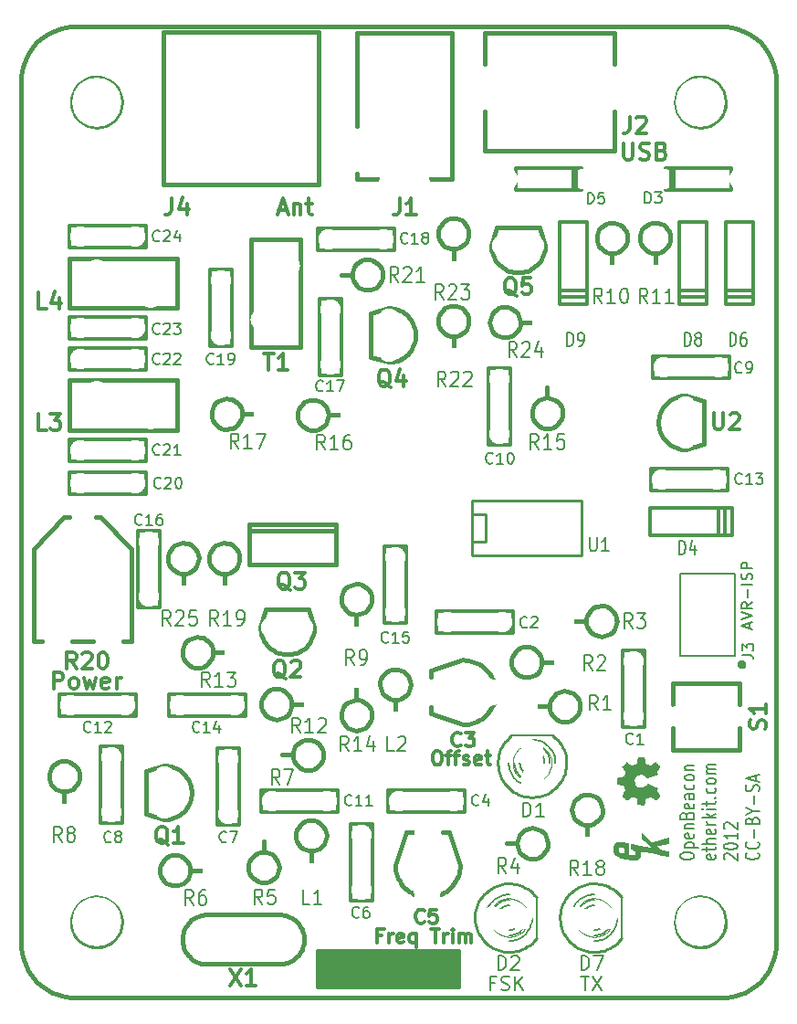
<source format=gto>
G04 (created by PCBNEW-RS274X (2011-nov-30)-testing) date Thu 19 Apr 2012 12:12:55 AM PDT*
G01*
G70*
G90*
%MOIN*%
G04 Gerber Fmt 3.4, Leading zero omitted, Abs format*
%FSLAX34Y34*%
G04 APERTURE LIST*
%ADD10C,0.006000*%
%ADD11C,0.015000*%
%ADD12C,0.007900*%
%ADD13C,0.010000*%
%ADD14C,0.012000*%
%ADD15C,0.008000*%
%ADD16C,0.003000*%
%ADD17C,0.000100*%
%ADD18C,0.075000*%
%ADD19R,0.075000X0.075000*%
%ADD20C,0.090000*%
%ADD21R,0.090000X0.090000*%
%ADD22R,0.080000X0.080000*%
%ADD23C,0.080000*%
%ADD24C,0.138100*%
%ADD25C,0.079100*%
%ADD26C,0.071200*%
%ADD27C,0.075100*%
%ADD28C,0.083000*%
%ADD29R,0.083000X0.083000*%
%ADD30C,0.090900*%
%ADD31C,0.063300*%
%ADD32C,0.098700*%
%ADD33C,0.086000*%
%ADD34C,0.180000*%
%ADD35C,0.149900*%
%ADD36O,0.157800X0.098700*%
%ADD37O,0.185400X0.098700*%
%ADD38O,0.098700X0.157800*%
G04 APERTURE END LIST*
G54D10*
G54D11*
X46055Y-42953D02*
X46053Y-42966D01*
X46049Y-42979D01*
X46043Y-42991D01*
X46034Y-43002D01*
X46024Y-43011D01*
X46012Y-43017D01*
X45999Y-43021D01*
X45985Y-43022D01*
X45972Y-43021D01*
X45959Y-43017D01*
X45947Y-43011D01*
X45937Y-43003D01*
X45928Y-42992D01*
X45921Y-42980D01*
X45917Y-42967D01*
X45916Y-42953D01*
X45917Y-42941D01*
X45920Y-42928D01*
X45927Y-42916D01*
X45935Y-42905D01*
X45946Y-42896D01*
X45957Y-42889D01*
X45970Y-42885D01*
X45984Y-42884D01*
X45997Y-42885D01*
X46010Y-42888D01*
X46022Y-42894D01*
X46033Y-42903D01*
X46042Y-42913D01*
X46048Y-42925D01*
X46053Y-42938D01*
X46054Y-42952D01*
X46055Y-42953D01*
G54D12*
X43750Y-49988D02*
X43750Y-49913D01*
X43775Y-49876D01*
X43823Y-49838D01*
X43921Y-49819D01*
X44092Y-49819D01*
X44189Y-49838D01*
X44238Y-49876D01*
X44262Y-49913D01*
X44262Y-49988D01*
X44238Y-50026D01*
X44189Y-50063D01*
X44092Y-50082D01*
X43921Y-50082D01*
X43823Y-50063D01*
X43775Y-50026D01*
X43750Y-49988D01*
X43921Y-49650D02*
X44433Y-49650D01*
X43945Y-49650D02*
X43921Y-49613D01*
X43921Y-49538D01*
X43945Y-49500D01*
X43970Y-49481D01*
X44018Y-49463D01*
X44165Y-49463D01*
X44213Y-49481D01*
X44238Y-49500D01*
X44262Y-49538D01*
X44262Y-49613D01*
X44238Y-49650D01*
X44238Y-49144D02*
X44262Y-49182D01*
X44262Y-49257D01*
X44238Y-49294D01*
X44189Y-49313D01*
X43994Y-49313D01*
X43945Y-49294D01*
X43921Y-49257D01*
X43921Y-49182D01*
X43945Y-49144D01*
X43994Y-49125D01*
X44043Y-49125D01*
X44092Y-49313D01*
X43921Y-48956D02*
X44262Y-48956D01*
X43970Y-48956D02*
X43945Y-48937D01*
X43921Y-48900D01*
X43921Y-48844D01*
X43945Y-48806D01*
X43994Y-48787D01*
X44262Y-48787D01*
X43994Y-48469D02*
X44018Y-48413D01*
X44043Y-48394D01*
X44092Y-48375D01*
X44165Y-48375D01*
X44213Y-48394D01*
X44238Y-48413D01*
X44262Y-48450D01*
X44262Y-48600D01*
X43750Y-48600D01*
X43750Y-48469D01*
X43775Y-48431D01*
X43799Y-48413D01*
X43848Y-48394D01*
X43897Y-48394D01*
X43945Y-48413D01*
X43970Y-48431D01*
X43994Y-48469D01*
X43994Y-48600D01*
X44238Y-48056D02*
X44262Y-48094D01*
X44262Y-48169D01*
X44238Y-48206D01*
X44189Y-48225D01*
X43994Y-48225D01*
X43945Y-48206D01*
X43921Y-48169D01*
X43921Y-48094D01*
X43945Y-48056D01*
X43994Y-48037D01*
X44043Y-48037D01*
X44092Y-48225D01*
X44262Y-47699D02*
X43994Y-47699D01*
X43945Y-47718D01*
X43921Y-47756D01*
X43921Y-47831D01*
X43945Y-47868D01*
X44238Y-47699D02*
X44262Y-47737D01*
X44262Y-47831D01*
X44238Y-47868D01*
X44189Y-47887D01*
X44140Y-47887D01*
X44092Y-47868D01*
X44067Y-47831D01*
X44067Y-47737D01*
X44043Y-47699D01*
X44238Y-47343D02*
X44262Y-47381D01*
X44262Y-47456D01*
X44238Y-47493D01*
X44213Y-47512D01*
X44165Y-47531D01*
X44018Y-47531D01*
X43970Y-47512D01*
X43945Y-47493D01*
X43921Y-47456D01*
X43921Y-47381D01*
X43945Y-47343D01*
X44262Y-47118D02*
X44238Y-47155D01*
X44213Y-47174D01*
X44165Y-47193D01*
X44018Y-47193D01*
X43970Y-47174D01*
X43945Y-47155D01*
X43921Y-47118D01*
X43921Y-47062D01*
X43945Y-47024D01*
X43970Y-47005D01*
X44018Y-46987D01*
X44165Y-46987D01*
X44213Y-47005D01*
X44238Y-47024D01*
X44262Y-47062D01*
X44262Y-47118D01*
X43921Y-46818D02*
X44262Y-46818D01*
X43970Y-46818D02*
X43945Y-46799D01*
X43921Y-46762D01*
X43921Y-46706D01*
X43945Y-46668D01*
X43994Y-46649D01*
X44262Y-46649D01*
X45033Y-49913D02*
X45057Y-49951D01*
X45057Y-50026D01*
X45033Y-50063D01*
X44984Y-50082D01*
X44789Y-50082D01*
X44740Y-50063D01*
X44716Y-50026D01*
X44716Y-49951D01*
X44740Y-49913D01*
X44789Y-49894D01*
X44838Y-49894D01*
X44887Y-50082D01*
X44716Y-49781D02*
X44716Y-49631D01*
X44545Y-49725D02*
X44984Y-49725D01*
X45033Y-49706D01*
X45057Y-49669D01*
X45057Y-49631D01*
X45057Y-49500D02*
X44545Y-49500D01*
X45057Y-49331D02*
X44789Y-49331D01*
X44740Y-49350D01*
X44716Y-49388D01*
X44716Y-49444D01*
X44740Y-49481D01*
X44765Y-49500D01*
X45033Y-48994D02*
X45057Y-49032D01*
X45057Y-49107D01*
X45033Y-49144D01*
X44984Y-49163D01*
X44789Y-49163D01*
X44740Y-49144D01*
X44716Y-49107D01*
X44716Y-49032D01*
X44740Y-48994D01*
X44789Y-48975D01*
X44838Y-48975D01*
X44887Y-49163D01*
X45057Y-48806D02*
X44716Y-48806D01*
X44813Y-48806D02*
X44765Y-48787D01*
X44740Y-48769D01*
X44716Y-48731D01*
X44716Y-48694D01*
X45057Y-48562D02*
X44545Y-48562D01*
X44862Y-48525D02*
X45057Y-48412D01*
X44716Y-48412D02*
X44911Y-48562D01*
X45057Y-48243D02*
X44716Y-48243D01*
X44545Y-48243D02*
X44570Y-48262D01*
X44594Y-48243D01*
X44570Y-48224D01*
X44545Y-48243D01*
X44594Y-48243D01*
X44716Y-48111D02*
X44716Y-47961D01*
X44545Y-48055D02*
X44984Y-48055D01*
X45033Y-48036D01*
X45057Y-47999D01*
X45057Y-47961D01*
X45008Y-47830D02*
X45033Y-47811D01*
X45057Y-47830D01*
X45033Y-47849D01*
X45008Y-47830D01*
X45057Y-47830D01*
X45033Y-47473D02*
X45057Y-47511D01*
X45057Y-47586D01*
X45033Y-47623D01*
X45008Y-47642D01*
X44960Y-47661D01*
X44813Y-47661D01*
X44765Y-47642D01*
X44740Y-47623D01*
X44716Y-47586D01*
X44716Y-47511D01*
X44740Y-47473D01*
X45057Y-47248D02*
X45033Y-47285D01*
X45008Y-47304D01*
X44960Y-47323D01*
X44813Y-47323D01*
X44765Y-47304D01*
X44740Y-47285D01*
X44716Y-47248D01*
X44716Y-47192D01*
X44740Y-47154D01*
X44765Y-47135D01*
X44813Y-47117D01*
X44960Y-47117D01*
X45008Y-47135D01*
X45033Y-47154D01*
X45057Y-47192D01*
X45057Y-47248D01*
X45057Y-46948D02*
X44716Y-46948D01*
X44765Y-46948D02*
X44740Y-46929D01*
X44716Y-46892D01*
X44716Y-46836D01*
X44740Y-46798D01*
X44789Y-46779D01*
X45057Y-46779D01*
X44789Y-46779D02*
X44740Y-46761D01*
X44716Y-46723D01*
X44716Y-46667D01*
X44740Y-46629D01*
X44789Y-46610D01*
X45057Y-46610D01*
X45389Y-50082D02*
X45365Y-50063D01*
X45340Y-50026D01*
X45340Y-49932D01*
X45365Y-49894D01*
X45389Y-49876D01*
X45438Y-49857D01*
X45487Y-49857D01*
X45560Y-49876D01*
X45852Y-50101D01*
X45852Y-49857D01*
X45340Y-49613D02*
X45340Y-49576D01*
X45365Y-49538D01*
X45389Y-49519D01*
X45438Y-49501D01*
X45535Y-49482D01*
X45657Y-49482D01*
X45755Y-49501D01*
X45803Y-49519D01*
X45828Y-49538D01*
X45852Y-49576D01*
X45852Y-49613D01*
X45828Y-49651D01*
X45803Y-49669D01*
X45755Y-49688D01*
X45657Y-49707D01*
X45535Y-49707D01*
X45438Y-49688D01*
X45389Y-49669D01*
X45365Y-49651D01*
X45340Y-49613D01*
X45852Y-49107D02*
X45852Y-49332D01*
X45852Y-49219D02*
X45340Y-49219D01*
X45413Y-49257D01*
X45462Y-49294D01*
X45487Y-49332D01*
X45389Y-48957D02*
X45365Y-48938D01*
X45340Y-48901D01*
X45340Y-48807D01*
X45365Y-48769D01*
X45389Y-48751D01*
X45438Y-48732D01*
X45487Y-48732D01*
X45560Y-48751D01*
X45852Y-48976D01*
X45852Y-48732D01*
X46598Y-49838D02*
X46623Y-49857D01*
X46647Y-49913D01*
X46647Y-49951D01*
X46623Y-50007D01*
X46574Y-50044D01*
X46525Y-50063D01*
X46428Y-50082D01*
X46355Y-50082D01*
X46257Y-50063D01*
X46208Y-50044D01*
X46160Y-50007D01*
X46135Y-49951D01*
X46135Y-49913D01*
X46160Y-49857D01*
X46184Y-49838D01*
X46598Y-49444D02*
X46623Y-49463D01*
X46647Y-49519D01*
X46647Y-49557D01*
X46623Y-49613D01*
X46574Y-49650D01*
X46525Y-49669D01*
X46428Y-49688D01*
X46355Y-49688D01*
X46257Y-49669D01*
X46208Y-49650D01*
X46160Y-49613D01*
X46135Y-49557D01*
X46135Y-49519D01*
X46160Y-49463D01*
X46184Y-49444D01*
X46452Y-49275D02*
X46452Y-48975D01*
X46379Y-48656D02*
X46403Y-48600D01*
X46428Y-48581D01*
X46477Y-48562D01*
X46550Y-48562D01*
X46598Y-48581D01*
X46623Y-48600D01*
X46647Y-48637D01*
X46647Y-48787D01*
X46135Y-48787D01*
X46135Y-48656D01*
X46160Y-48618D01*
X46184Y-48600D01*
X46233Y-48581D01*
X46282Y-48581D01*
X46330Y-48600D01*
X46355Y-48618D01*
X46379Y-48656D01*
X46379Y-48787D01*
X46403Y-48318D02*
X46647Y-48318D01*
X46135Y-48449D02*
X46403Y-48318D01*
X46135Y-48187D01*
X46452Y-48055D02*
X46452Y-47755D01*
X46623Y-47586D02*
X46647Y-47530D01*
X46647Y-47436D01*
X46623Y-47398D01*
X46598Y-47380D01*
X46550Y-47361D01*
X46501Y-47361D01*
X46452Y-47380D01*
X46428Y-47398D01*
X46403Y-47436D01*
X46379Y-47511D01*
X46355Y-47548D01*
X46330Y-47567D01*
X46282Y-47586D01*
X46233Y-47586D01*
X46184Y-47567D01*
X46160Y-47548D01*
X46135Y-47511D01*
X46135Y-47417D01*
X46160Y-47361D01*
X46501Y-47211D02*
X46501Y-47023D01*
X46647Y-47248D02*
X46135Y-47117D01*
X46647Y-46986D01*
G54D11*
X45276Y-55118D02*
X45447Y-55110D01*
X45617Y-55088D01*
X45785Y-55050D01*
X45949Y-54999D01*
X46107Y-54933D01*
X46260Y-54854D01*
X46404Y-54762D01*
X46541Y-54657D01*
X46667Y-54541D01*
X46783Y-54415D01*
X46888Y-54278D01*
X46980Y-54133D01*
X47059Y-53981D01*
X47125Y-53823D01*
X47176Y-53659D01*
X47214Y-53491D01*
X47236Y-53321D01*
X47244Y-53150D01*
X19686Y-53150D02*
X19694Y-53321D01*
X19716Y-53491D01*
X19754Y-53659D01*
X19805Y-53823D01*
X19871Y-53981D01*
X19950Y-54133D01*
X20042Y-54278D01*
X20147Y-54415D01*
X20263Y-54541D01*
X20389Y-54657D01*
X20526Y-54762D01*
X20671Y-54854D01*
X20823Y-54933D01*
X20981Y-54999D01*
X21145Y-55050D01*
X21313Y-55088D01*
X21483Y-55110D01*
X21654Y-55118D01*
X21654Y-19685D02*
X21483Y-19693D01*
X21313Y-19715D01*
X21145Y-19753D01*
X20981Y-19804D01*
X20822Y-19870D01*
X20670Y-19949D01*
X20525Y-20042D01*
X20389Y-20146D01*
X20262Y-20262D01*
X20146Y-20389D01*
X20042Y-20525D01*
X19949Y-20670D01*
X19870Y-20822D01*
X19804Y-20981D01*
X19753Y-21145D01*
X19715Y-21313D01*
X19693Y-21483D01*
X19685Y-21654D01*
X47245Y-21654D02*
X47237Y-21483D01*
X47215Y-21313D01*
X47177Y-21145D01*
X47126Y-20981D01*
X47060Y-20822D01*
X46981Y-20670D01*
X46888Y-20525D01*
X46784Y-20389D01*
X46668Y-20262D01*
X46541Y-20146D01*
X46405Y-20042D01*
X46260Y-19949D01*
X46108Y-19870D01*
X45949Y-19804D01*
X45785Y-19753D01*
X45617Y-19715D01*
X45447Y-19693D01*
X45276Y-19685D01*
X21654Y-19685D02*
X45276Y-19685D01*
X47244Y-53150D02*
X47244Y-21654D01*
X21654Y-55118D02*
X45276Y-55118D01*
X19685Y-21654D02*
X19685Y-53150D01*
X37913Y-30473D02*
X38306Y-30473D01*
X37912Y-30473D02*
X37901Y-30581D01*
X37869Y-30686D01*
X37818Y-30782D01*
X37749Y-30866D01*
X37665Y-30936D01*
X37569Y-30988D01*
X37465Y-31020D01*
X37356Y-31031D01*
X37249Y-31022D01*
X37144Y-30991D01*
X37047Y-30940D01*
X36962Y-30872D01*
X36892Y-30788D01*
X36840Y-30693D01*
X36807Y-30589D01*
X36795Y-30480D01*
X36804Y-30373D01*
X36834Y-30268D01*
X36884Y-30171D01*
X36951Y-30085D01*
X37034Y-30014D01*
X37130Y-29961D01*
X37233Y-29928D01*
X37342Y-29915D01*
X37450Y-29923D01*
X37555Y-29952D01*
X37652Y-30002D01*
X37738Y-30069D01*
X37809Y-30151D01*
X37863Y-30246D01*
X37898Y-30350D01*
X37911Y-30458D01*
X37912Y-30473D01*
X35472Y-27796D02*
X35472Y-28189D01*
X36031Y-27236D02*
X36020Y-27344D01*
X35988Y-27449D01*
X35937Y-27545D01*
X35868Y-27629D01*
X35784Y-27699D01*
X35688Y-27751D01*
X35584Y-27783D01*
X35475Y-27794D01*
X35368Y-27785D01*
X35263Y-27754D01*
X35166Y-27703D01*
X35081Y-27635D01*
X35011Y-27551D01*
X34959Y-27456D01*
X34926Y-27352D01*
X34914Y-27243D01*
X34923Y-27136D01*
X34953Y-27031D01*
X35003Y-26934D01*
X35070Y-26848D01*
X35153Y-26777D01*
X35249Y-26724D01*
X35352Y-26691D01*
X35461Y-26678D01*
X35569Y-26686D01*
X35674Y-26715D01*
X35771Y-26765D01*
X35857Y-26832D01*
X35928Y-26914D01*
X35982Y-27009D01*
X36017Y-27113D01*
X36030Y-27221D01*
X36031Y-27236D01*
X35472Y-30985D02*
X35472Y-31378D01*
X36031Y-30425D02*
X36020Y-30533D01*
X35988Y-30638D01*
X35937Y-30734D01*
X35868Y-30818D01*
X35784Y-30888D01*
X35688Y-30940D01*
X35584Y-30972D01*
X35475Y-30983D01*
X35368Y-30974D01*
X35263Y-30943D01*
X35166Y-30892D01*
X35081Y-30824D01*
X35011Y-30740D01*
X34959Y-30645D01*
X34926Y-30541D01*
X34914Y-30432D01*
X34923Y-30325D01*
X34953Y-30220D01*
X35003Y-30123D01*
X35070Y-30037D01*
X35153Y-29966D01*
X35249Y-29913D01*
X35352Y-29880D01*
X35461Y-29867D01*
X35569Y-29875D01*
X35674Y-29904D01*
X35771Y-29954D01*
X35857Y-30021D01*
X35928Y-30103D01*
X35982Y-30198D01*
X36017Y-30302D01*
X36030Y-30410D01*
X36031Y-30425D01*
X31929Y-44252D02*
X31929Y-43859D01*
X32488Y-44812D02*
X32477Y-44920D01*
X32445Y-45025D01*
X32394Y-45121D01*
X32325Y-45205D01*
X32241Y-45275D01*
X32145Y-45327D01*
X32041Y-45359D01*
X31932Y-45370D01*
X31825Y-45361D01*
X31720Y-45330D01*
X31623Y-45279D01*
X31538Y-45211D01*
X31468Y-45127D01*
X31416Y-45032D01*
X31383Y-44928D01*
X31371Y-44819D01*
X31380Y-44712D01*
X31410Y-44607D01*
X31460Y-44510D01*
X31527Y-44424D01*
X31610Y-44353D01*
X31706Y-44300D01*
X31809Y-44267D01*
X31918Y-44254D01*
X32026Y-44262D01*
X32131Y-44291D01*
X32228Y-44341D01*
X32314Y-44408D01*
X32385Y-44490D01*
X32439Y-44585D01*
X32474Y-44689D01*
X32487Y-44797D01*
X32488Y-44812D01*
X29567Y-44409D02*
X29960Y-44409D01*
X29566Y-44409D02*
X29555Y-44517D01*
X29523Y-44622D01*
X29472Y-44718D01*
X29403Y-44802D01*
X29319Y-44872D01*
X29223Y-44924D01*
X29119Y-44956D01*
X29010Y-44967D01*
X28903Y-44958D01*
X28798Y-44927D01*
X28701Y-44876D01*
X28616Y-44808D01*
X28546Y-44724D01*
X28494Y-44629D01*
X28461Y-44525D01*
X28449Y-44416D01*
X28458Y-44309D01*
X28488Y-44204D01*
X28538Y-44107D01*
X28605Y-44021D01*
X28688Y-43950D01*
X28784Y-43897D01*
X28887Y-43864D01*
X28996Y-43851D01*
X29104Y-43859D01*
X29209Y-43888D01*
X29306Y-43938D01*
X29392Y-44005D01*
X29463Y-44087D01*
X29517Y-44182D01*
X29552Y-44286D01*
X29565Y-44394D01*
X29566Y-44409D01*
X31929Y-41142D02*
X31929Y-41535D01*
X32488Y-40582D02*
X32477Y-40690D01*
X32445Y-40795D01*
X32394Y-40891D01*
X32325Y-40975D01*
X32241Y-41045D01*
X32145Y-41097D01*
X32041Y-41129D01*
X31932Y-41140D01*
X31825Y-41131D01*
X31720Y-41100D01*
X31623Y-41049D01*
X31538Y-40981D01*
X31468Y-40897D01*
X31416Y-40802D01*
X31383Y-40698D01*
X31371Y-40589D01*
X31380Y-40482D01*
X31410Y-40377D01*
X31460Y-40280D01*
X31527Y-40194D01*
X31610Y-40123D01*
X31706Y-40070D01*
X31809Y-40037D01*
X31918Y-40024D01*
X32026Y-40032D01*
X32131Y-40061D01*
X32228Y-40111D01*
X32314Y-40178D01*
X32385Y-40260D01*
X32439Y-40355D01*
X32474Y-40459D01*
X32487Y-40567D01*
X32488Y-40582D01*
X33347Y-44253D02*
X33347Y-44646D01*
X33906Y-43693D02*
X33895Y-43801D01*
X33863Y-43906D01*
X33812Y-44002D01*
X33743Y-44086D01*
X33659Y-44156D01*
X33563Y-44208D01*
X33459Y-44240D01*
X33350Y-44251D01*
X33243Y-44242D01*
X33138Y-44211D01*
X33041Y-44160D01*
X32956Y-44092D01*
X32886Y-44008D01*
X32834Y-43913D01*
X32801Y-43809D01*
X32789Y-43700D01*
X32798Y-43593D01*
X32828Y-43488D01*
X32878Y-43391D01*
X32945Y-43305D01*
X33028Y-43234D01*
X33124Y-43181D01*
X33227Y-43148D01*
X33336Y-43135D01*
X33444Y-43143D01*
X33549Y-43172D01*
X33646Y-43222D01*
X33732Y-43289D01*
X33803Y-43371D01*
X33857Y-43466D01*
X33892Y-43570D01*
X33905Y-43678D01*
X33906Y-43693D01*
X25866Y-50472D02*
X26259Y-50472D01*
X25865Y-50472D02*
X25854Y-50580D01*
X25822Y-50685D01*
X25771Y-50781D01*
X25702Y-50865D01*
X25618Y-50935D01*
X25522Y-50987D01*
X25418Y-51019D01*
X25309Y-51030D01*
X25202Y-51021D01*
X25097Y-50990D01*
X25000Y-50939D01*
X24915Y-50871D01*
X24845Y-50787D01*
X24793Y-50692D01*
X24760Y-50588D01*
X24748Y-50479D01*
X24757Y-50372D01*
X24787Y-50267D01*
X24837Y-50170D01*
X24904Y-50084D01*
X24987Y-50013D01*
X25083Y-49960D01*
X25186Y-49927D01*
X25295Y-49914D01*
X25403Y-49922D01*
X25508Y-49951D01*
X25605Y-50001D01*
X25691Y-50068D01*
X25762Y-50150D01*
X25816Y-50245D01*
X25851Y-50349D01*
X25864Y-50457D01*
X25865Y-50472D01*
X40354Y-48819D02*
X40354Y-49212D01*
X40913Y-48259D02*
X40902Y-48367D01*
X40870Y-48472D01*
X40819Y-48568D01*
X40750Y-48652D01*
X40666Y-48722D01*
X40570Y-48774D01*
X40466Y-48806D01*
X40357Y-48817D01*
X40250Y-48808D01*
X40145Y-48777D01*
X40048Y-48726D01*
X39963Y-48658D01*
X39893Y-48574D01*
X39841Y-48479D01*
X39808Y-48375D01*
X39796Y-48266D01*
X39805Y-48159D01*
X39835Y-48054D01*
X39885Y-47957D01*
X39952Y-47871D01*
X40035Y-47800D01*
X40131Y-47747D01*
X40234Y-47714D01*
X40343Y-47701D01*
X40451Y-47709D01*
X40556Y-47738D01*
X40653Y-47788D01*
X40739Y-47855D01*
X40810Y-47937D01*
X40864Y-48032D01*
X40899Y-48136D01*
X40912Y-48244D01*
X40913Y-48259D01*
X31771Y-28741D02*
X31378Y-28741D01*
X32890Y-28741D02*
X32879Y-28849D01*
X32847Y-28954D01*
X32796Y-29050D01*
X32727Y-29134D01*
X32643Y-29204D01*
X32547Y-29256D01*
X32443Y-29288D01*
X32334Y-29299D01*
X32227Y-29290D01*
X32122Y-29259D01*
X32025Y-29208D01*
X31940Y-29140D01*
X31870Y-29056D01*
X31818Y-28961D01*
X31785Y-28857D01*
X31773Y-28748D01*
X31782Y-28641D01*
X31812Y-28536D01*
X31862Y-28439D01*
X31929Y-28353D01*
X32012Y-28282D01*
X32108Y-28229D01*
X32211Y-28196D01*
X32320Y-28183D01*
X32428Y-28191D01*
X32533Y-28220D01*
X32630Y-28270D01*
X32716Y-28337D01*
X32787Y-28419D01*
X32841Y-28514D01*
X32876Y-28618D01*
X32889Y-28726D01*
X32890Y-28741D01*
X26693Y-42520D02*
X27086Y-42520D01*
X26692Y-42520D02*
X26681Y-42628D01*
X26649Y-42733D01*
X26598Y-42829D01*
X26529Y-42913D01*
X26445Y-42983D01*
X26349Y-43035D01*
X26245Y-43067D01*
X26136Y-43078D01*
X26029Y-43069D01*
X25924Y-43038D01*
X25827Y-42987D01*
X25742Y-42919D01*
X25672Y-42835D01*
X25620Y-42740D01*
X25587Y-42636D01*
X25575Y-42527D01*
X25584Y-42420D01*
X25614Y-42315D01*
X25664Y-42218D01*
X25731Y-42132D01*
X25814Y-42061D01*
X25910Y-42008D01*
X26013Y-41975D01*
X26122Y-41962D01*
X26230Y-41970D01*
X26335Y-41999D01*
X26432Y-42049D01*
X26518Y-42116D01*
X26589Y-42198D01*
X26643Y-42293D01*
X26678Y-42397D01*
X26691Y-42505D01*
X26692Y-42520D01*
X27106Y-39646D02*
X27106Y-40039D01*
X27665Y-39086D02*
X27654Y-39194D01*
X27622Y-39299D01*
X27571Y-39395D01*
X27502Y-39479D01*
X27418Y-39549D01*
X27322Y-39601D01*
X27218Y-39633D01*
X27109Y-39644D01*
X27002Y-39635D01*
X26897Y-39604D01*
X26800Y-39553D01*
X26715Y-39485D01*
X26645Y-39401D01*
X26593Y-39306D01*
X26560Y-39202D01*
X26548Y-39093D01*
X26557Y-38986D01*
X26587Y-38881D01*
X26637Y-38784D01*
X26704Y-38698D01*
X26787Y-38627D01*
X26883Y-38574D01*
X26986Y-38541D01*
X27095Y-38528D01*
X27203Y-38536D01*
X27308Y-38565D01*
X27405Y-38615D01*
X27491Y-38682D01*
X27562Y-38764D01*
X27616Y-38859D01*
X27651Y-38963D01*
X27664Y-39071D01*
X27665Y-39086D01*
X30906Y-33858D02*
X31299Y-33858D01*
X30905Y-33858D02*
X30894Y-33966D01*
X30862Y-34071D01*
X30811Y-34167D01*
X30742Y-34251D01*
X30658Y-34321D01*
X30562Y-34373D01*
X30458Y-34405D01*
X30349Y-34416D01*
X30242Y-34407D01*
X30137Y-34376D01*
X30040Y-34325D01*
X29955Y-34257D01*
X29885Y-34173D01*
X29833Y-34078D01*
X29800Y-33974D01*
X29788Y-33865D01*
X29797Y-33758D01*
X29827Y-33653D01*
X29877Y-33556D01*
X29944Y-33470D01*
X30027Y-33399D01*
X30123Y-33346D01*
X30226Y-33313D01*
X30335Y-33300D01*
X30443Y-33308D01*
X30548Y-33337D01*
X30645Y-33387D01*
X30731Y-33454D01*
X30802Y-33536D01*
X30856Y-33631D01*
X30891Y-33735D01*
X30904Y-33843D01*
X30905Y-33858D01*
X27756Y-33819D02*
X28149Y-33819D01*
X27755Y-33819D02*
X27744Y-33927D01*
X27712Y-34032D01*
X27661Y-34128D01*
X27592Y-34212D01*
X27508Y-34282D01*
X27412Y-34334D01*
X27308Y-34366D01*
X27199Y-34377D01*
X27092Y-34368D01*
X26987Y-34337D01*
X26890Y-34286D01*
X26805Y-34218D01*
X26735Y-34134D01*
X26683Y-34039D01*
X26650Y-33935D01*
X26638Y-33826D01*
X26647Y-33719D01*
X26677Y-33614D01*
X26727Y-33517D01*
X26794Y-33431D01*
X26877Y-33360D01*
X26973Y-33307D01*
X27076Y-33274D01*
X27185Y-33261D01*
X27293Y-33269D01*
X27398Y-33298D01*
X27495Y-33348D01*
X27581Y-33415D01*
X27652Y-33497D01*
X27706Y-33592D01*
X27741Y-33696D01*
X27754Y-33804D01*
X27755Y-33819D01*
X29606Y-46260D02*
X29213Y-46260D01*
X30725Y-46260D02*
X30714Y-46368D01*
X30682Y-46473D01*
X30631Y-46569D01*
X30562Y-46653D01*
X30478Y-46723D01*
X30382Y-46775D01*
X30278Y-46807D01*
X30169Y-46818D01*
X30062Y-46809D01*
X29957Y-46778D01*
X29860Y-46727D01*
X29775Y-46659D01*
X29705Y-46575D01*
X29653Y-46480D01*
X29620Y-46376D01*
X29608Y-46267D01*
X29617Y-46160D01*
X29647Y-46055D01*
X29697Y-45958D01*
X29764Y-45872D01*
X29847Y-45801D01*
X29943Y-45748D01*
X30046Y-45715D01*
X30155Y-45702D01*
X30263Y-45710D01*
X30368Y-45739D01*
X30465Y-45789D01*
X30551Y-45856D01*
X30622Y-45938D01*
X30676Y-46033D01*
X30711Y-46137D01*
X30724Y-46245D01*
X30725Y-46260D01*
X21260Y-47599D02*
X21260Y-47992D01*
X21819Y-47039D02*
X21808Y-47147D01*
X21776Y-47252D01*
X21725Y-47348D01*
X21656Y-47432D01*
X21572Y-47502D01*
X21476Y-47554D01*
X21372Y-47586D01*
X21263Y-47597D01*
X21156Y-47588D01*
X21051Y-47557D01*
X20954Y-47506D01*
X20869Y-47438D01*
X20799Y-47354D01*
X20747Y-47259D01*
X20714Y-47155D01*
X20702Y-47046D01*
X20711Y-46939D01*
X20741Y-46834D01*
X20791Y-46737D01*
X20858Y-46651D01*
X20941Y-46580D01*
X21037Y-46527D01*
X21140Y-46494D01*
X21249Y-46481D01*
X21357Y-46489D01*
X21462Y-46518D01*
X21559Y-46568D01*
X21645Y-46635D01*
X21716Y-46717D01*
X21770Y-46812D01*
X21805Y-46916D01*
X21818Y-47024D01*
X21819Y-47039D01*
X30276Y-49764D02*
X30276Y-50157D01*
X30835Y-49204D02*
X30824Y-49312D01*
X30792Y-49417D01*
X30741Y-49513D01*
X30672Y-49597D01*
X30588Y-49667D01*
X30492Y-49719D01*
X30388Y-49751D01*
X30279Y-49762D01*
X30172Y-49753D01*
X30067Y-49722D01*
X29970Y-49671D01*
X29885Y-49603D01*
X29815Y-49519D01*
X29763Y-49424D01*
X29730Y-49320D01*
X29718Y-49211D01*
X29727Y-49104D01*
X29757Y-48999D01*
X29807Y-48902D01*
X29874Y-48816D01*
X29957Y-48745D01*
X30053Y-48692D01*
X30156Y-48659D01*
X30265Y-48646D01*
X30373Y-48654D01*
X30478Y-48683D01*
X30575Y-48733D01*
X30661Y-48800D01*
X30732Y-48882D01*
X30786Y-48977D01*
X30821Y-49081D01*
X30834Y-49189D01*
X30835Y-49204D01*
X37795Y-49488D02*
X37402Y-49488D01*
X38914Y-49488D02*
X38903Y-49596D01*
X38871Y-49701D01*
X38820Y-49797D01*
X38751Y-49881D01*
X38667Y-49951D01*
X38571Y-50003D01*
X38467Y-50035D01*
X38358Y-50046D01*
X38251Y-50037D01*
X38146Y-50006D01*
X38049Y-49955D01*
X37964Y-49887D01*
X37894Y-49803D01*
X37842Y-49708D01*
X37809Y-49604D01*
X37797Y-49495D01*
X37806Y-49388D01*
X37836Y-49283D01*
X37886Y-49186D01*
X37953Y-49100D01*
X38036Y-49029D01*
X38132Y-48976D01*
X38235Y-48943D01*
X38344Y-48930D01*
X38452Y-48938D01*
X38557Y-48967D01*
X38654Y-49017D01*
X38740Y-49084D01*
X38811Y-49166D01*
X38865Y-49261D01*
X38900Y-49365D01*
X38913Y-49473D01*
X38914Y-49488D01*
X40315Y-41378D02*
X39922Y-41378D01*
X41434Y-41378D02*
X41423Y-41486D01*
X41391Y-41591D01*
X41340Y-41687D01*
X41271Y-41771D01*
X41187Y-41841D01*
X41091Y-41893D01*
X40987Y-41925D01*
X40878Y-41936D01*
X40771Y-41927D01*
X40666Y-41896D01*
X40569Y-41845D01*
X40484Y-41777D01*
X40414Y-41693D01*
X40362Y-41598D01*
X40329Y-41494D01*
X40317Y-41385D01*
X40326Y-41278D01*
X40356Y-41173D01*
X40406Y-41076D01*
X40473Y-40990D01*
X40556Y-40919D01*
X40652Y-40866D01*
X40755Y-40833D01*
X40864Y-40820D01*
X40972Y-40828D01*
X41077Y-40857D01*
X41174Y-40907D01*
X41260Y-40974D01*
X41331Y-41056D01*
X41385Y-41151D01*
X41420Y-41255D01*
X41433Y-41363D01*
X41434Y-41378D01*
X38701Y-42874D02*
X39094Y-42874D01*
X38700Y-42874D02*
X38689Y-42982D01*
X38657Y-43087D01*
X38606Y-43183D01*
X38537Y-43267D01*
X38453Y-43337D01*
X38357Y-43389D01*
X38253Y-43421D01*
X38144Y-43432D01*
X38037Y-43423D01*
X37932Y-43392D01*
X37835Y-43341D01*
X37750Y-43273D01*
X37680Y-43189D01*
X37628Y-43094D01*
X37595Y-42990D01*
X37583Y-42881D01*
X37592Y-42774D01*
X37622Y-42669D01*
X37672Y-42572D01*
X37739Y-42486D01*
X37822Y-42415D01*
X37918Y-42362D01*
X38021Y-42329D01*
X38130Y-42316D01*
X38238Y-42324D01*
X38343Y-42353D01*
X38440Y-42403D01*
X38526Y-42470D01*
X38597Y-42552D01*
X38651Y-42647D01*
X38686Y-42751D01*
X38699Y-42859D01*
X38700Y-42874D01*
X38976Y-44488D02*
X38583Y-44488D01*
X40095Y-44488D02*
X40084Y-44596D01*
X40052Y-44701D01*
X40001Y-44797D01*
X39932Y-44881D01*
X39848Y-44951D01*
X39752Y-45003D01*
X39648Y-45035D01*
X39539Y-45046D01*
X39432Y-45037D01*
X39327Y-45006D01*
X39230Y-44955D01*
X39145Y-44887D01*
X39075Y-44803D01*
X39023Y-44708D01*
X38990Y-44604D01*
X38978Y-44495D01*
X38987Y-44388D01*
X39017Y-44283D01*
X39067Y-44186D01*
X39134Y-44100D01*
X39217Y-44029D01*
X39313Y-43976D01*
X39416Y-43943D01*
X39525Y-43930D01*
X39633Y-43938D01*
X39738Y-43967D01*
X39835Y-44017D01*
X39921Y-44084D01*
X39992Y-44166D01*
X40046Y-44261D01*
X40081Y-44365D01*
X40094Y-44473D01*
X40095Y-44488D01*
X41260Y-27953D02*
X41260Y-28346D01*
X41819Y-27393D02*
X41808Y-27501D01*
X41776Y-27606D01*
X41725Y-27702D01*
X41656Y-27786D01*
X41572Y-27856D01*
X41476Y-27908D01*
X41372Y-27940D01*
X41263Y-27951D01*
X41156Y-27942D01*
X41051Y-27911D01*
X40954Y-27860D01*
X40869Y-27792D01*
X40799Y-27708D01*
X40747Y-27613D01*
X40714Y-27509D01*
X40702Y-27400D01*
X40711Y-27293D01*
X40741Y-27188D01*
X40791Y-27091D01*
X40858Y-27005D01*
X40941Y-26934D01*
X41037Y-26881D01*
X41140Y-26848D01*
X41249Y-26835D01*
X41357Y-26843D01*
X41462Y-26872D01*
X41559Y-26922D01*
X41645Y-26989D01*
X41716Y-27071D01*
X41770Y-27166D01*
X41805Y-27270D01*
X41818Y-27378D01*
X41819Y-27393D01*
X42835Y-27953D02*
X42835Y-28346D01*
X43394Y-27393D02*
X43383Y-27501D01*
X43351Y-27606D01*
X43300Y-27702D01*
X43231Y-27786D01*
X43147Y-27856D01*
X43051Y-27908D01*
X42947Y-27940D01*
X42838Y-27951D01*
X42731Y-27942D01*
X42626Y-27911D01*
X42529Y-27860D01*
X42444Y-27792D01*
X42374Y-27708D01*
X42322Y-27613D01*
X42289Y-27509D01*
X42277Y-27400D01*
X42286Y-27293D01*
X42316Y-27188D01*
X42366Y-27091D01*
X42433Y-27005D01*
X42516Y-26934D01*
X42612Y-26881D01*
X42715Y-26848D01*
X42824Y-26835D01*
X42932Y-26843D01*
X43037Y-26872D01*
X43134Y-26922D01*
X43220Y-26989D01*
X43291Y-27071D01*
X43345Y-27166D01*
X43380Y-27270D01*
X43393Y-27378D01*
X43394Y-27393D01*
X28543Y-49803D02*
X28543Y-49410D01*
X29102Y-50363D02*
X29091Y-50471D01*
X29059Y-50576D01*
X29008Y-50672D01*
X28939Y-50756D01*
X28855Y-50826D01*
X28759Y-50878D01*
X28655Y-50910D01*
X28546Y-50921D01*
X28439Y-50912D01*
X28334Y-50881D01*
X28237Y-50830D01*
X28152Y-50762D01*
X28082Y-50678D01*
X28030Y-50583D01*
X27997Y-50479D01*
X27985Y-50370D01*
X27994Y-50263D01*
X28024Y-50158D01*
X28074Y-50061D01*
X28141Y-49975D01*
X28224Y-49904D01*
X28320Y-49851D01*
X28423Y-49818D01*
X28532Y-49805D01*
X28640Y-49813D01*
X28745Y-49842D01*
X28842Y-49892D01*
X28928Y-49959D01*
X28999Y-50041D01*
X29053Y-50136D01*
X29088Y-50240D01*
X29101Y-50348D01*
X29102Y-50363D01*
X38898Y-33228D02*
X38898Y-32835D01*
X39457Y-33788D02*
X39446Y-33896D01*
X39414Y-34001D01*
X39363Y-34097D01*
X39294Y-34181D01*
X39210Y-34251D01*
X39114Y-34303D01*
X39010Y-34335D01*
X38901Y-34346D01*
X38794Y-34337D01*
X38689Y-34306D01*
X38592Y-34255D01*
X38507Y-34187D01*
X38437Y-34103D01*
X38385Y-34008D01*
X38352Y-33904D01*
X38340Y-33795D01*
X38349Y-33688D01*
X38379Y-33583D01*
X38429Y-33486D01*
X38496Y-33400D01*
X38579Y-33329D01*
X38675Y-33276D01*
X38778Y-33243D01*
X38887Y-33230D01*
X38995Y-33238D01*
X39100Y-33267D01*
X39197Y-33317D01*
X39283Y-33384D01*
X39354Y-33466D01*
X39408Y-33561D01*
X39443Y-33665D01*
X39456Y-33773D01*
X39457Y-33788D01*
G54D13*
X36150Y-37492D02*
X36650Y-37492D01*
X36650Y-37492D02*
X36650Y-38492D01*
X36650Y-38492D02*
X36150Y-38492D01*
X36150Y-36992D02*
X40150Y-36992D01*
X40150Y-36992D02*
X40150Y-38992D01*
X40150Y-38992D02*
X36150Y-38992D01*
X36150Y-38992D02*
X36150Y-36992D01*
G54D14*
X42634Y-37256D02*
X45634Y-37256D01*
X45634Y-37256D02*
X45634Y-38256D01*
X45634Y-38256D02*
X42634Y-38256D01*
X42634Y-38256D02*
X42634Y-37256D01*
X45384Y-37256D02*
X45384Y-38256D01*
X45134Y-38256D02*
X45134Y-37256D01*
X42634Y-37756D02*
X42134Y-37756D01*
X45634Y-37756D02*
X46134Y-37756D01*
X46405Y-26806D02*
X46405Y-29806D01*
X46405Y-29806D02*
X45405Y-29806D01*
X45405Y-29806D02*
X45405Y-26806D01*
X45405Y-26806D02*
X46405Y-26806D01*
X46405Y-29556D02*
X45405Y-29556D01*
X45405Y-29306D02*
X46405Y-29306D01*
X45905Y-26806D02*
X45905Y-26306D01*
X45905Y-29806D02*
X45905Y-30306D01*
X44712Y-26806D02*
X44712Y-29806D01*
X44712Y-29806D02*
X43712Y-29806D01*
X43712Y-29806D02*
X43712Y-26806D01*
X43712Y-26806D02*
X44712Y-26806D01*
X44712Y-29556D02*
X43712Y-29556D01*
X43712Y-29306D02*
X44712Y-29306D01*
X44212Y-26806D02*
X44212Y-26306D01*
X44212Y-29806D02*
X44212Y-30306D01*
X40343Y-26807D02*
X40343Y-29807D01*
X40343Y-29807D02*
X39343Y-29807D01*
X39343Y-29807D02*
X39343Y-26807D01*
X39343Y-26807D02*
X40343Y-26807D01*
X40343Y-29557D02*
X39343Y-29557D01*
X39343Y-29307D02*
X40343Y-29307D01*
X39843Y-26807D02*
X39843Y-26307D01*
X39843Y-29807D02*
X39843Y-30307D01*
X40437Y-25256D02*
X40137Y-25256D01*
X40137Y-25256D02*
X40137Y-24856D01*
X40137Y-24856D02*
X37737Y-24856D01*
X37737Y-24856D02*
X37737Y-25256D01*
X37737Y-25256D02*
X37437Y-25256D01*
X37737Y-25256D02*
X37737Y-25656D01*
X37737Y-25656D02*
X40137Y-25656D01*
X40137Y-25656D02*
X40137Y-25256D01*
X39937Y-24856D02*
X39937Y-25656D01*
X39837Y-25656D02*
X39837Y-24856D01*
X42909Y-25256D02*
X43209Y-25256D01*
X43209Y-25256D02*
X43209Y-25656D01*
X43209Y-25656D02*
X45609Y-25656D01*
X45609Y-25656D02*
X45609Y-25256D01*
X45609Y-25256D02*
X45909Y-25256D01*
X45609Y-25256D02*
X45609Y-24856D01*
X45609Y-24856D02*
X43209Y-24856D01*
X43209Y-24856D02*
X43209Y-25256D01*
X43409Y-25656D02*
X43409Y-24856D01*
X43509Y-24856D02*
X43509Y-25656D01*
X24235Y-31069D02*
X21435Y-31069D01*
X21435Y-31069D02*
X21435Y-30269D01*
X21435Y-30269D02*
X24235Y-30269D01*
X24235Y-30269D02*
X24235Y-31069D01*
X24235Y-30869D02*
X24035Y-31069D01*
X42695Y-35820D02*
X45495Y-35820D01*
X45495Y-35820D02*
X45495Y-36620D01*
X45495Y-36620D02*
X42695Y-36620D01*
X42695Y-36620D02*
X42695Y-35820D01*
X42695Y-36020D02*
X42895Y-35820D01*
X42734Y-31726D02*
X45534Y-31726D01*
X45534Y-31726D02*
X45534Y-32526D01*
X45534Y-32526D02*
X42734Y-32526D01*
X42734Y-32526D02*
X42734Y-31726D01*
X42734Y-31926D02*
X42934Y-31726D01*
X36765Y-34943D02*
X36765Y-32143D01*
X36765Y-32143D02*
X37565Y-32143D01*
X37565Y-32143D02*
X37565Y-34943D01*
X37565Y-34943D02*
X36765Y-34943D01*
X36965Y-34943D02*
X36765Y-34743D01*
X37660Y-41817D02*
X34860Y-41817D01*
X34860Y-41817D02*
X34860Y-41017D01*
X34860Y-41017D02*
X37660Y-41017D01*
X37660Y-41017D02*
X37660Y-41817D01*
X37660Y-41617D02*
X37460Y-41817D01*
X33088Y-47553D02*
X35888Y-47553D01*
X35888Y-47553D02*
X35888Y-48353D01*
X35888Y-48353D02*
X33088Y-48353D01*
X33088Y-48353D02*
X33088Y-47553D01*
X33088Y-47753D02*
X33288Y-47553D01*
X32526Y-48797D02*
X32526Y-51597D01*
X32526Y-51597D02*
X31726Y-51597D01*
X31726Y-51597D02*
X31726Y-48797D01*
X31726Y-48797D02*
X32526Y-48797D01*
X32326Y-48797D02*
X32526Y-48997D01*
X42447Y-42458D02*
X42447Y-45258D01*
X42447Y-45258D02*
X41647Y-45258D01*
X41647Y-45258D02*
X41647Y-42458D01*
X41647Y-42458D02*
X42447Y-42458D01*
X42247Y-42458D02*
X42447Y-42658D01*
X26844Y-48802D02*
X26844Y-46002D01*
X26844Y-46002D02*
X27644Y-46002D01*
X27644Y-46002D02*
X27644Y-48802D01*
X27644Y-48802D02*
X26844Y-48802D01*
X27044Y-48802D02*
X26844Y-48602D01*
X23392Y-45962D02*
X23392Y-48762D01*
X23392Y-48762D02*
X22592Y-48762D01*
X22592Y-48762D02*
X22592Y-45962D01*
X22592Y-45962D02*
X23392Y-45962D01*
X23192Y-45962D02*
X23392Y-46162D01*
X33746Y-38639D02*
X33746Y-41439D01*
X33746Y-41439D02*
X32946Y-41439D01*
X32946Y-41439D02*
X32946Y-38639D01*
X32946Y-38639D02*
X33746Y-38639D01*
X33546Y-38639D02*
X33746Y-38839D01*
X21435Y-34757D02*
X24235Y-34757D01*
X24235Y-34757D02*
X24235Y-35557D01*
X24235Y-35557D02*
X21435Y-35557D01*
X21435Y-35557D02*
X21435Y-34757D01*
X21435Y-34957D02*
X21635Y-34757D01*
X28443Y-47553D02*
X31243Y-47553D01*
X31243Y-47553D02*
X31243Y-48353D01*
X31243Y-48353D02*
X28443Y-48353D01*
X28443Y-48353D02*
X28443Y-47553D01*
X28443Y-47753D02*
X28643Y-47553D01*
X23880Y-44849D02*
X21080Y-44849D01*
X21080Y-44849D02*
X21080Y-44049D01*
X21080Y-44049D02*
X23880Y-44049D01*
X23880Y-44049D02*
X23880Y-44849D01*
X23880Y-44649D02*
X23680Y-44849D01*
X31384Y-29624D02*
X31384Y-32424D01*
X31384Y-32424D02*
X30584Y-32424D01*
X30584Y-32424D02*
X30584Y-29624D01*
X30584Y-29624D02*
X31384Y-29624D01*
X31184Y-29624D02*
X31384Y-29824D01*
X24235Y-27762D02*
X21435Y-27762D01*
X21435Y-27762D02*
X21435Y-26962D01*
X21435Y-26962D02*
X24235Y-26962D01*
X24235Y-26962D02*
X24235Y-27762D01*
X24235Y-27562D02*
X24035Y-27762D01*
X21435Y-31411D02*
X24235Y-31411D01*
X24235Y-31411D02*
X24235Y-32211D01*
X24235Y-32211D02*
X21435Y-32211D01*
X21435Y-32211D02*
X21435Y-31411D01*
X21435Y-31611D02*
X21635Y-31411D01*
X24235Y-36739D02*
X21435Y-36739D01*
X21435Y-36739D02*
X21435Y-35939D01*
X21435Y-35939D02*
X24235Y-35939D01*
X24235Y-35939D02*
X24235Y-36739D01*
X24235Y-36539D02*
X24035Y-36739D01*
X26569Y-31361D02*
X26569Y-28561D01*
X26569Y-28561D02*
X27369Y-28561D01*
X27369Y-28561D02*
X27369Y-31361D01*
X27369Y-31361D02*
X26569Y-31361D01*
X26769Y-31361D02*
X26569Y-31161D01*
X30528Y-27042D02*
X33328Y-27042D01*
X33328Y-27042D02*
X33328Y-27842D01*
X33328Y-27842D02*
X30528Y-27842D01*
X30528Y-27842D02*
X30528Y-27042D01*
X30528Y-27242D02*
X30728Y-27042D01*
X23950Y-40869D02*
X23950Y-38069D01*
X23950Y-38069D02*
X24750Y-38069D01*
X24750Y-38069D02*
X24750Y-40869D01*
X24750Y-40869D02*
X23950Y-40869D01*
X24150Y-40869D02*
X23950Y-40669D01*
X27896Y-44849D02*
X25096Y-44849D01*
X25096Y-44849D02*
X25096Y-44049D01*
X25096Y-44049D02*
X27896Y-44049D01*
X27896Y-44049D02*
X27896Y-44849D01*
X27896Y-44649D02*
X27696Y-44849D01*
G54D15*
X45764Y-39642D02*
X45764Y-42642D01*
X43764Y-42642D02*
X43764Y-39642D01*
X43764Y-39642D02*
X45764Y-39642D01*
X45764Y-42642D02*
X43764Y-42642D01*
G54D11*
X30552Y-19882D02*
X24882Y-19882D01*
X24882Y-19882D02*
X24882Y-25433D01*
X24882Y-25433D02*
X30552Y-25433D01*
X30552Y-25433D02*
X30552Y-19882D01*
X21457Y-28149D02*
X21457Y-29961D01*
X21457Y-29961D02*
X25394Y-29961D01*
X25394Y-29961D02*
X25394Y-28149D01*
X25394Y-28149D02*
X21457Y-28149D01*
X25394Y-34410D02*
X25394Y-32598D01*
X25394Y-32598D02*
X21457Y-32598D01*
X21457Y-32598D02*
X21457Y-34410D01*
X21457Y-34410D02*
X25394Y-34410D01*
X29882Y-27441D02*
X28070Y-27441D01*
X28070Y-27441D02*
X28070Y-31378D01*
X28070Y-31378D02*
X29882Y-31378D01*
X29882Y-31378D02*
X29882Y-27441D01*
X44606Y-33347D02*
X43937Y-33150D01*
X44606Y-34921D02*
X43937Y-35118D01*
X44606Y-34921D02*
X44606Y-33347D01*
X43937Y-33150D02*
X43852Y-33154D01*
X43767Y-33165D01*
X43683Y-33184D01*
X43601Y-33210D01*
X43522Y-33243D01*
X43446Y-33282D01*
X43373Y-33328D01*
X43305Y-33381D01*
X43242Y-33439D01*
X43184Y-33502D01*
X43131Y-33570D01*
X43085Y-33643D01*
X43046Y-33719D01*
X43013Y-33798D01*
X42987Y-33880D01*
X42968Y-33964D01*
X42957Y-34049D01*
X42953Y-34134D01*
X42953Y-34134D02*
X42957Y-34219D01*
X42968Y-34304D01*
X42987Y-34388D01*
X43013Y-34470D01*
X43046Y-34549D01*
X43085Y-34625D01*
X43131Y-34698D01*
X43184Y-34766D01*
X43242Y-34829D01*
X43305Y-34887D01*
X43373Y-34940D01*
X43446Y-34986D01*
X43522Y-35025D01*
X43601Y-35058D01*
X43683Y-35084D01*
X43767Y-35103D01*
X43852Y-35114D01*
X43937Y-35118D01*
X37047Y-27009D02*
X36850Y-27678D01*
X38621Y-27009D02*
X38818Y-27678D01*
X38621Y-27009D02*
X37047Y-27009D01*
X36850Y-27678D02*
X36854Y-27763D01*
X36865Y-27848D01*
X36884Y-27932D01*
X36910Y-28014D01*
X36943Y-28093D01*
X36982Y-28169D01*
X37028Y-28242D01*
X37081Y-28310D01*
X37139Y-28373D01*
X37202Y-28431D01*
X37270Y-28484D01*
X37343Y-28530D01*
X37419Y-28569D01*
X37498Y-28602D01*
X37580Y-28628D01*
X37664Y-28647D01*
X37749Y-28658D01*
X37834Y-28662D01*
X37834Y-28662D02*
X37919Y-28658D01*
X38004Y-28647D01*
X38088Y-28628D01*
X38170Y-28602D01*
X38249Y-28569D01*
X38326Y-28530D01*
X38398Y-28484D01*
X38466Y-28431D01*
X38529Y-28373D01*
X38587Y-28310D01*
X38640Y-28242D01*
X38686Y-28169D01*
X38725Y-28093D01*
X38758Y-28014D01*
X38784Y-27932D01*
X38803Y-27848D01*
X38814Y-27763D01*
X38818Y-27678D01*
X24252Y-48425D02*
X24921Y-48622D01*
X24252Y-46851D02*
X24921Y-46654D01*
X24252Y-46851D02*
X24252Y-48425D01*
X24921Y-48622D02*
X25006Y-48618D01*
X25091Y-48607D01*
X25175Y-48588D01*
X25257Y-48562D01*
X25336Y-48529D01*
X25413Y-48490D01*
X25485Y-48444D01*
X25553Y-48391D01*
X25616Y-48333D01*
X25674Y-48270D01*
X25727Y-48202D01*
X25773Y-48129D01*
X25812Y-48053D01*
X25845Y-47974D01*
X25871Y-47892D01*
X25890Y-47808D01*
X25901Y-47723D01*
X25905Y-47638D01*
X25905Y-47638D02*
X25901Y-47553D01*
X25890Y-47468D01*
X25871Y-47384D01*
X25845Y-47302D01*
X25812Y-47223D01*
X25773Y-47147D01*
X25727Y-47074D01*
X25674Y-47006D01*
X25616Y-46943D01*
X25553Y-46885D01*
X25485Y-46832D01*
X25413Y-46786D01*
X25336Y-46747D01*
X25257Y-46714D01*
X25175Y-46688D01*
X25091Y-46669D01*
X25006Y-46658D01*
X24921Y-46654D01*
X32440Y-31733D02*
X33109Y-31930D01*
X32440Y-30159D02*
X33109Y-29962D01*
X32440Y-30159D02*
X32440Y-31733D01*
X33109Y-31930D02*
X33194Y-31926D01*
X33279Y-31915D01*
X33363Y-31896D01*
X33445Y-31870D01*
X33524Y-31837D01*
X33601Y-31798D01*
X33673Y-31752D01*
X33741Y-31699D01*
X33804Y-31641D01*
X33862Y-31578D01*
X33915Y-31510D01*
X33961Y-31437D01*
X34000Y-31361D01*
X34033Y-31282D01*
X34059Y-31200D01*
X34078Y-31116D01*
X34089Y-31031D01*
X34093Y-30946D01*
X34093Y-30946D02*
X34089Y-30861D01*
X34078Y-30776D01*
X34059Y-30692D01*
X34033Y-30610D01*
X34000Y-30531D01*
X33961Y-30455D01*
X33915Y-30382D01*
X33862Y-30314D01*
X33804Y-30251D01*
X33741Y-30193D01*
X33673Y-30140D01*
X33601Y-30094D01*
X33524Y-30055D01*
X33445Y-30022D01*
X33363Y-29996D01*
X33279Y-29977D01*
X33194Y-29966D01*
X33109Y-29962D01*
X28622Y-40945D02*
X28425Y-41614D01*
X30196Y-40945D02*
X30393Y-41614D01*
X30196Y-40945D02*
X28622Y-40945D01*
X28425Y-41614D02*
X28429Y-41699D01*
X28440Y-41784D01*
X28459Y-41868D01*
X28485Y-41950D01*
X28518Y-42029D01*
X28557Y-42105D01*
X28603Y-42178D01*
X28656Y-42246D01*
X28714Y-42309D01*
X28777Y-42367D01*
X28845Y-42420D01*
X28918Y-42466D01*
X28994Y-42505D01*
X29073Y-42538D01*
X29155Y-42564D01*
X29239Y-42583D01*
X29324Y-42594D01*
X29409Y-42598D01*
X29409Y-42598D02*
X29494Y-42594D01*
X29579Y-42583D01*
X29663Y-42564D01*
X29745Y-42538D01*
X29824Y-42505D01*
X29901Y-42466D01*
X29973Y-42420D01*
X30041Y-42367D01*
X30104Y-42309D01*
X30162Y-42246D01*
X30215Y-42178D01*
X30261Y-42105D01*
X30300Y-42029D01*
X30333Y-41950D01*
X30359Y-41868D01*
X30378Y-41784D01*
X30389Y-41699D01*
X30393Y-41614D01*
X28031Y-38071D02*
X28031Y-37835D01*
X28031Y-37835D02*
X31181Y-37835D01*
X31181Y-37835D02*
X31181Y-38071D01*
X28031Y-39331D02*
X31181Y-39331D01*
X31181Y-39331D02*
X31181Y-38071D01*
X31181Y-38071D02*
X28031Y-38071D01*
X28031Y-38071D02*
X28031Y-39331D01*
X22598Y-37579D02*
X23701Y-38760D01*
X23701Y-38760D02*
X23701Y-42107D01*
X23701Y-42107D02*
X23405Y-42107D01*
X21437Y-37579D02*
X21260Y-37579D01*
X21260Y-37579D02*
X20157Y-38760D01*
X20157Y-38760D02*
X20157Y-42107D01*
X20157Y-42107D02*
X20453Y-42107D01*
X22598Y-37579D02*
X22421Y-37579D01*
X21535Y-42107D02*
X22323Y-42107D01*
X29114Y-53898D02*
X26476Y-53898D01*
X29114Y-52086D02*
X26476Y-52086D01*
X29114Y-53897D02*
X29192Y-53893D01*
X29271Y-53883D01*
X29348Y-53866D01*
X29423Y-53842D01*
X29496Y-53812D01*
X29566Y-53775D01*
X29633Y-53733D01*
X29695Y-53685D01*
X29753Y-53631D01*
X29807Y-53573D01*
X29855Y-53511D01*
X29897Y-53444D01*
X29934Y-53374D01*
X29964Y-53301D01*
X29988Y-53226D01*
X30005Y-53149D01*
X30015Y-53070D01*
X30019Y-52992D01*
X30020Y-52992D02*
X30016Y-52914D01*
X30006Y-52835D01*
X29989Y-52758D01*
X29965Y-52683D01*
X29935Y-52610D01*
X29898Y-52540D01*
X29856Y-52473D01*
X29808Y-52410D01*
X29754Y-52352D01*
X29696Y-52298D01*
X29633Y-52250D01*
X29567Y-52208D01*
X29496Y-52171D01*
X29423Y-52141D01*
X29348Y-52117D01*
X29271Y-52100D01*
X29192Y-52090D01*
X29114Y-52086D01*
X25570Y-52992D02*
X25574Y-53070D01*
X25584Y-53149D01*
X25601Y-53226D01*
X25625Y-53301D01*
X25655Y-53374D01*
X25692Y-53444D01*
X25734Y-53511D01*
X25782Y-53574D01*
X25836Y-53632D01*
X25894Y-53686D01*
X25957Y-53734D01*
X26024Y-53776D01*
X26094Y-53813D01*
X26167Y-53843D01*
X26242Y-53867D01*
X26319Y-53884D01*
X26398Y-53894D01*
X26476Y-53898D01*
X26476Y-52087D02*
X26398Y-52091D01*
X26319Y-52101D01*
X26242Y-52118D01*
X26167Y-52142D01*
X26094Y-52172D01*
X26024Y-52209D01*
X25957Y-52251D01*
X25895Y-52299D01*
X25837Y-52353D01*
X25783Y-52411D01*
X25735Y-52473D01*
X25693Y-52540D01*
X25656Y-52610D01*
X25626Y-52683D01*
X25602Y-52758D01*
X25585Y-52835D01*
X25575Y-52914D01*
X25571Y-52992D01*
X34646Y-44763D02*
X34646Y-44527D01*
X34646Y-43189D02*
X34646Y-43425D01*
X34646Y-43189D02*
X35827Y-42795D01*
X34646Y-44763D02*
X35827Y-45157D01*
X37008Y-43976D02*
X37003Y-43874D01*
X36990Y-43771D01*
X36967Y-43671D01*
X36936Y-43573D01*
X36897Y-43477D01*
X36849Y-43386D01*
X36794Y-43299D01*
X36731Y-43217D01*
X36662Y-43141D01*
X36586Y-43072D01*
X36504Y-43009D01*
X36417Y-42954D01*
X36326Y-42906D01*
X36230Y-42867D01*
X36132Y-42836D01*
X36032Y-42813D01*
X35929Y-42800D01*
X35827Y-42795D01*
X35827Y-45157D02*
X35929Y-45152D01*
X36032Y-45139D01*
X36132Y-45116D01*
X36230Y-45085D01*
X36326Y-45046D01*
X36417Y-44998D01*
X36504Y-44943D01*
X36586Y-44880D01*
X36662Y-44811D01*
X36731Y-44735D01*
X36794Y-44653D01*
X36849Y-44566D01*
X36897Y-44475D01*
X36936Y-44379D01*
X36967Y-44281D01*
X36990Y-44181D01*
X37003Y-44078D01*
X37008Y-43976D01*
X33741Y-49095D02*
X33977Y-49095D01*
X35315Y-49095D02*
X35079Y-49095D01*
X35315Y-49095D02*
X35709Y-50276D01*
X33741Y-49095D02*
X33347Y-50276D01*
X34528Y-51457D02*
X34630Y-51452D01*
X34733Y-51439D01*
X34833Y-51416D01*
X34931Y-51385D01*
X35027Y-51346D01*
X35118Y-51298D01*
X35205Y-51243D01*
X35287Y-51180D01*
X35363Y-51111D01*
X35432Y-51035D01*
X35495Y-50953D01*
X35550Y-50866D01*
X35598Y-50775D01*
X35637Y-50679D01*
X35668Y-50581D01*
X35691Y-50481D01*
X35704Y-50378D01*
X35709Y-50276D01*
X33347Y-50276D02*
X33352Y-50378D01*
X33365Y-50481D01*
X33388Y-50581D01*
X33419Y-50679D01*
X33458Y-50775D01*
X33506Y-50866D01*
X33561Y-50953D01*
X33624Y-51035D01*
X33693Y-51111D01*
X33769Y-51180D01*
X33851Y-51243D01*
X33938Y-51298D01*
X34029Y-51346D01*
X34125Y-51385D01*
X34223Y-51416D01*
X34323Y-51439D01*
X34426Y-51452D01*
X34528Y-51457D01*
G54D15*
X38522Y-52955D02*
X38522Y-51455D01*
G54D16*
X38209Y-52205D02*
X38195Y-52342D01*
X38155Y-52474D01*
X38090Y-52596D01*
X38003Y-52703D01*
X37897Y-52791D01*
X37775Y-52856D01*
X37644Y-52897D01*
X37506Y-52911D01*
X37370Y-52899D01*
X37238Y-52860D01*
X37115Y-52796D01*
X37008Y-52710D01*
X36919Y-52604D01*
X36853Y-52483D01*
X36811Y-52351D01*
X36796Y-52214D01*
X36807Y-52078D01*
X36845Y-51945D01*
X36908Y-51823D01*
X36994Y-51714D01*
X37099Y-51625D01*
X37219Y-51558D01*
X37351Y-51515D01*
X37488Y-51499D01*
X37624Y-51509D01*
X37757Y-51546D01*
X37880Y-51609D01*
X37989Y-51694D01*
X38079Y-51798D01*
X38147Y-51918D01*
X38191Y-52049D01*
X38208Y-52186D01*
X38209Y-52205D01*
G54D13*
X38501Y-51455D02*
X38432Y-51371D01*
X38356Y-51293D01*
X38273Y-51222D01*
X38184Y-51158D01*
X38090Y-51103D01*
X37992Y-51056D01*
X37890Y-51017D01*
X37785Y-50988D01*
X37678Y-50968D01*
X37569Y-50957D01*
X37461Y-50956D01*
X37352Y-50965D01*
X37245Y-50982D01*
X37139Y-51009D01*
X37036Y-51046D01*
X36937Y-51091D01*
X36842Y-51144D01*
X36752Y-51206D01*
X36668Y-51275D01*
X36590Y-51351D01*
X36519Y-51434D01*
X36455Y-51523D01*
X36400Y-51617D01*
X36353Y-51715D01*
X36314Y-51817D01*
X36285Y-51922D01*
X36265Y-52029D01*
X36254Y-52138D01*
X36253Y-52246D01*
X36262Y-52355D01*
X36279Y-52462D01*
X36306Y-52568D01*
X36343Y-52671D01*
X36388Y-52770D01*
X36441Y-52865D01*
X36503Y-52955D01*
X36572Y-53039D01*
X36648Y-53117D01*
X36731Y-53188D01*
X36820Y-53252D01*
X36914Y-53307D01*
X37012Y-53354D01*
X37114Y-53393D01*
X37219Y-53422D01*
X37326Y-53442D01*
X37435Y-53453D01*
X37543Y-53454D01*
X37652Y-53445D01*
X37759Y-53428D01*
X37865Y-53401D01*
X37968Y-53364D01*
X38067Y-53319D01*
X38162Y-53266D01*
X38252Y-53204D01*
X38336Y-53135D01*
X38414Y-53059D01*
X38485Y-52976D01*
X38501Y-52955D01*
G54D10*
X37502Y-51755D02*
X37463Y-51757D01*
X37424Y-51762D01*
X37386Y-51771D01*
X37349Y-51783D01*
X37312Y-51798D01*
X37278Y-51816D01*
X37244Y-51837D01*
X37213Y-51861D01*
X37184Y-51887D01*
X37158Y-51916D01*
X37134Y-51947D01*
X37113Y-51981D01*
X37095Y-52015D01*
X37080Y-52052D01*
X37068Y-52089D01*
X37059Y-52127D01*
X37054Y-52166D01*
X37052Y-52205D01*
X37502Y-52655D02*
X37541Y-52653D01*
X37580Y-52648D01*
X37618Y-52639D01*
X37655Y-52627D01*
X37692Y-52612D01*
X37727Y-52594D01*
X37760Y-52573D01*
X37791Y-52549D01*
X37820Y-52523D01*
X37846Y-52494D01*
X37870Y-52463D01*
X37891Y-52429D01*
X37909Y-52395D01*
X37924Y-52358D01*
X37936Y-52321D01*
X37945Y-52283D01*
X37950Y-52244D01*
X37952Y-52205D01*
X37502Y-51555D02*
X37446Y-51558D01*
X37390Y-51565D01*
X37334Y-51578D01*
X37280Y-51595D01*
X37228Y-51616D01*
X37178Y-51643D01*
X37130Y-51673D01*
X37085Y-51708D01*
X37043Y-51746D01*
X37005Y-51788D01*
X36970Y-51833D01*
X36940Y-51881D01*
X36913Y-51931D01*
X36892Y-51983D01*
X36875Y-52037D01*
X36862Y-52093D01*
X36855Y-52149D01*
X36852Y-52205D01*
X37502Y-52855D02*
X37558Y-52852D01*
X37614Y-52845D01*
X37670Y-52832D01*
X37724Y-52815D01*
X37776Y-52794D01*
X37827Y-52767D01*
X37874Y-52737D01*
X37919Y-52702D01*
X37961Y-52664D01*
X37999Y-52622D01*
X38034Y-52577D01*
X38064Y-52529D01*
X38091Y-52479D01*
X38112Y-52427D01*
X38129Y-52373D01*
X38142Y-52317D01*
X38149Y-52261D01*
X38152Y-52205D01*
X37502Y-51355D02*
X37428Y-51359D01*
X37355Y-51368D01*
X37283Y-51384D01*
X37212Y-51407D01*
X37143Y-51435D01*
X37078Y-51469D01*
X37015Y-51509D01*
X36956Y-51554D01*
X36901Y-51604D01*
X36851Y-51659D01*
X36806Y-51718D01*
X36766Y-51781D01*
X36732Y-51846D01*
X36704Y-51915D01*
X36681Y-51986D01*
X36665Y-52058D01*
X36656Y-52131D01*
X36652Y-52205D01*
X37502Y-53055D02*
X37576Y-53051D01*
X37649Y-53042D01*
X37721Y-53026D01*
X37792Y-53003D01*
X37861Y-52975D01*
X37927Y-52941D01*
X37989Y-52901D01*
X38048Y-52856D01*
X38103Y-52806D01*
X38153Y-52751D01*
X38198Y-52692D01*
X38238Y-52629D01*
X38272Y-52564D01*
X38300Y-52495D01*
X38323Y-52424D01*
X38339Y-52352D01*
X38348Y-52279D01*
X38352Y-52205D01*
G54D15*
X39096Y-45534D02*
X37596Y-45534D01*
G54D16*
X39053Y-46554D02*
X39039Y-46691D01*
X38999Y-46823D01*
X38934Y-46945D01*
X38847Y-47052D01*
X38741Y-47140D01*
X38619Y-47205D01*
X38488Y-47246D01*
X38350Y-47260D01*
X38214Y-47248D01*
X38082Y-47209D01*
X37959Y-47145D01*
X37852Y-47059D01*
X37763Y-46953D01*
X37697Y-46832D01*
X37655Y-46700D01*
X37640Y-46563D01*
X37651Y-46427D01*
X37689Y-46294D01*
X37752Y-46172D01*
X37838Y-46063D01*
X37943Y-45974D01*
X38063Y-45907D01*
X38195Y-45864D01*
X38332Y-45848D01*
X38468Y-45858D01*
X38601Y-45895D01*
X38724Y-45958D01*
X38833Y-46043D01*
X38923Y-46147D01*
X38991Y-46267D01*
X39035Y-46398D01*
X39052Y-46535D01*
X39053Y-46554D01*
G54D13*
X37596Y-45555D02*
X37512Y-45624D01*
X37434Y-45700D01*
X37363Y-45783D01*
X37299Y-45872D01*
X37244Y-45966D01*
X37197Y-46064D01*
X37158Y-46166D01*
X37129Y-46271D01*
X37109Y-46378D01*
X37098Y-46487D01*
X37097Y-46595D01*
X37106Y-46704D01*
X37123Y-46811D01*
X37150Y-46917D01*
X37187Y-47020D01*
X37232Y-47119D01*
X37285Y-47214D01*
X37347Y-47304D01*
X37416Y-47388D01*
X37492Y-47466D01*
X37575Y-47537D01*
X37664Y-47601D01*
X37758Y-47656D01*
X37856Y-47703D01*
X37958Y-47742D01*
X38063Y-47771D01*
X38170Y-47791D01*
X38279Y-47802D01*
X38387Y-47803D01*
X38496Y-47794D01*
X38603Y-47777D01*
X38709Y-47750D01*
X38812Y-47713D01*
X38911Y-47668D01*
X39006Y-47615D01*
X39096Y-47553D01*
X39180Y-47484D01*
X39258Y-47408D01*
X39329Y-47325D01*
X39393Y-47236D01*
X39448Y-47142D01*
X39495Y-47044D01*
X39534Y-46942D01*
X39563Y-46837D01*
X39583Y-46730D01*
X39594Y-46621D01*
X39595Y-46513D01*
X39586Y-46404D01*
X39569Y-46297D01*
X39542Y-46191D01*
X39505Y-46088D01*
X39460Y-45989D01*
X39407Y-45894D01*
X39345Y-45804D01*
X39276Y-45720D01*
X39200Y-45642D01*
X39117Y-45571D01*
X39096Y-45555D01*
G54D10*
X37896Y-46554D02*
X37898Y-46593D01*
X37903Y-46632D01*
X37912Y-46670D01*
X37924Y-46707D01*
X37939Y-46744D01*
X37957Y-46778D01*
X37978Y-46812D01*
X38002Y-46843D01*
X38028Y-46872D01*
X38057Y-46898D01*
X38088Y-46922D01*
X38122Y-46943D01*
X38156Y-46961D01*
X38193Y-46976D01*
X38230Y-46988D01*
X38268Y-46997D01*
X38307Y-47002D01*
X38346Y-47004D01*
X38796Y-46554D02*
X38794Y-46515D01*
X38789Y-46476D01*
X38780Y-46438D01*
X38768Y-46401D01*
X38753Y-46364D01*
X38735Y-46330D01*
X38714Y-46296D01*
X38690Y-46265D01*
X38664Y-46236D01*
X38635Y-46210D01*
X38604Y-46186D01*
X38571Y-46165D01*
X38536Y-46147D01*
X38499Y-46132D01*
X38462Y-46120D01*
X38424Y-46111D01*
X38385Y-46106D01*
X38346Y-46104D01*
X37696Y-46554D02*
X37699Y-46610D01*
X37706Y-46666D01*
X37719Y-46722D01*
X37736Y-46776D01*
X37757Y-46828D01*
X37784Y-46878D01*
X37814Y-46926D01*
X37849Y-46971D01*
X37887Y-47013D01*
X37929Y-47051D01*
X37974Y-47086D01*
X38022Y-47116D01*
X38072Y-47143D01*
X38124Y-47164D01*
X38178Y-47181D01*
X38234Y-47194D01*
X38290Y-47201D01*
X38346Y-47204D01*
X38996Y-46554D02*
X38993Y-46498D01*
X38986Y-46442D01*
X38973Y-46386D01*
X38956Y-46332D01*
X38935Y-46280D01*
X38908Y-46230D01*
X38878Y-46182D01*
X38843Y-46137D01*
X38805Y-46095D01*
X38763Y-46057D01*
X38718Y-46022D01*
X38671Y-45992D01*
X38620Y-45965D01*
X38568Y-45944D01*
X38514Y-45927D01*
X38458Y-45914D01*
X38402Y-45907D01*
X38346Y-45904D01*
X37496Y-46554D02*
X37500Y-46628D01*
X37509Y-46701D01*
X37525Y-46773D01*
X37548Y-46844D01*
X37576Y-46913D01*
X37610Y-46978D01*
X37650Y-47041D01*
X37695Y-47100D01*
X37745Y-47155D01*
X37800Y-47205D01*
X37859Y-47250D01*
X37922Y-47290D01*
X37987Y-47324D01*
X38056Y-47352D01*
X38127Y-47375D01*
X38199Y-47391D01*
X38272Y-47400D01*
X38346Y-47404D01*
X39196Y-46554D02*
X39192Y-46480D01*
X39183Y-46407D01*
X39167Y-46335D01*
X39144Y-46264D01*
X39116Y-46195D01*
X39082Y-46130D01*
X39042Y-46067D01*
X38997Y-46008D01*
X38947Y-45953D01*
X38892Y-45903D01*
X38833Y-45858D01*
X38771Y-45818D01*
X38705Y-45784D01*
X38636Y-45756D01*
X38565Y-45733D01*
X38493Y-45717D01*
X38420Y-45708D01*
X38346Y-45704D01*
G54D15*
X41632Y-52955D02*
X41632Y-51455D01*
G54D16*
X41319Y-52205D02*
X41305Y-52342D01*
X41265Y-52474D01*
X41200Y-52596D01*
X41113Y-52703D01*
X41007Y-52791D01*
X40885Y-52856D01*
X40754Y-52897D01*
X40616Y-52911D01*
X40480Y-52899D01*
X40348Y-52860D01*
X40225Y-52796D01*
X40118Y-52710D01*
X40029Y-52604D01*
X39963Y-52483D01*
X39921Y-52351D01*
X39906Y-52214D01*
X39917Y-52078D01*
X39955Y-51945D01*
X40018Y-51823D01*
X40104Y-51714D01*
X40209Y-51625D01*
X40329Y-51558D01*
X40461Y-51515D01*
X40598Y-51499D01*
X40734Y-51509D01*
X40867Y-51546D01*
X40990Y-51609D01*
X41099Y-51694D01*
X41189Y-51798D01*
X41257Y-51918D01*
X41301Y-52049D01*
X41318Y-52186D01*
X41319Y-52205D01*
G54D13*
X41611Y-51455D02*
X41542Y-51371D01*
X41466Y-51293D01*
X41383Y-51222D01*
X41294Y-51158D01*
X41200Y-51103D01*
X41102Y-51056D01*
X41000Y-51017D01*
X40895Y-50988D01*
X40788Y-50968D01*
X40679Y-50957D01*
X40571Y-50956D01*
X40462Y-50965D01*
X40355Y-50982D01*
X40249Y-51009D01*
X40146Y-51046D01*
X40047Y-51091D01*
X39952Y-51144D01*
X39862Y-51206D01*
X39778Y-51275D01*
X39700Y-51351D01*
X39629Y-51434D01*
X39565Y-51523D01*
X39510Y-51617D01*
X39463Y-51715D01*
X39424Y-51817D01*
X39395Y-51922D01*
X39375Y-52029D01*
X39364Y-52138D01*
X39363Y-52246D01*
X39372Y-52355D01*
X39389Y-52462D01*
X39416Y-52568D01*
X39453Y-52671D01*
X39498Y-52770D01*
X39551Y-52865D01*
X39613Y-52955D01*
X39682Y-53039D01*
X39758Y-53117D01*
X39841Y-53188D01*
X39930Y-53252D01*
X40024Y-53307D01*
X40122Y-53354D01*
X40224Y-53393D01*
X40329Y-53422D01*
X40436Y-53442D01*
X40545Y-53453D01*
X40653Y-53454D01*
X40762Y-53445D01*
X40869Y-53428D01*
X40975Y-53401D01*
X41078Y-53364D01*
X41177Y-53319D01*
X41272Y-53266D01*
X41362Y-53204D01*
X41446Y-53135D01*
X41524Y-53059D01*
X41595Y-52976D01*
X41611Y-52955D01*
G54D10*
X40612Y-51755D02*
X40573Y-51757D01*
X40534Y-51762D01*
X40496Y-51771D01*
X40459Y-51783D01*
X40422Y-51798D01*
X40388Y-51816D01*
X40354Y-51837D01*
X40323Y-51861D01*
X40294Y-51887D01*
X40268Y-51916D01*
X40244Y-51947D01*
X40223Y-51981D01*
X40205Y-52015D01*
X40190Y-52052D01*
X40178Y-52089D01*
X40169Y-52127D01*
X40164Y-52166D01*
X40162Y-52205D01*
X40612Y-52655D02*
X40651Y-52653D01*
X40690Y-52648D01*
X40728Y-52639D01*
X40765Y-52627D01*
X40802Y-52612D01*
X40837Y-52594D01*
X40870Y-52573D01*
X40901Y-52549D01*
X40930Y-52523D01*
X40956Y-52494D01*
X40980Y-52463D01*
X41001Y-52429D01*
X41019Y-52395D01*
X41034Y-52358D01*
X41046Y-52321D01*
X41055Y-52283D01*
X41060Y-52244D01*
X41062Y-52205D01*
X40612Y-51555D02*
X40556Y-51558D01*
X40500Y-51565D01*
X40444Y-51578D01*
X40390Y-51595D01*
X40338Y-51616D01*
X40288Y-51643D01*
X40240Y-51673D01*
X40195Y-51708D01*
X40153Y-51746D01*
X40115Y-51788D01*
X40080Y-51833D01*
X40050Y-51881D01*
X40023Y-51931D01*
X40002Y-51983D01*
X39985Y-52037D01*
X39972Y-52093D01*
X39965Y-52149D01*
X39962Y-52205D01*
X40612Y-52855D02*
X40668Y-52852D01*
X40724Y-52845D01*
X40780Y-52832D01*
X40834Y-52815D01*
X40886Y-52794D01*
X40937Y-52767D01*
X40984Y-52737D01*
X41029Y-52702D01*
X41071Y-52664D01*
X41109Y-52622D01*
X41144Y-52577D01*
X41174Y-52529D01*
X41201Y-52479D01*
X41222Y-52427D01*
X41239Y-52373D01*
X41252Y-52317D01*
X41259Y-52261D01*
X41262Y-52205D01*
X40612Y-51355D02*
X40538Y-51359D01*
X40465Y-51368D01*
X40393Y-51384D01*
X40322Y-51407D01*
X40253Y-51435D01*
X40188Y-51469D01*
X40125Y-51509D01*
X40066Y-51554D01*
X40011Y-51604D01*
X39961Y-51659D01*
X39916Y-51718D01*
X39876Y-51781D01*
X39842Y-51846D01*
X39814Y-51915D01*
X39791Y-51986D01*
X39775Y-52058D01*
X39766Y-52131D01*
X39762Y-52205D01*
X40612Y-53055D02*
X40686Y-53051D01*
X40759Y-53042D01*
X40831Y-53026D01*
X40902Y-53003D01*
X40971Y-52975D01*
X41037Y-52941D01*
X41099Y-52901D01*
X41158Y-52856D01*
X41213Y-52806D01*
X41263Y-52751D01*
X41308Y-52692D01*
X41348Y-52629D01*
X41382Y-52564D01*
X41410Y-52495D01*
X41433Y-52424D01*
X41449Y-52352D01*
X41458Y-52279D01*
X41462Y-52205D01*
G54D11*
X45925Y-46082D02*
X45925Y-45295D01*
X45925Y-46082D02*
X43485Y-46082D01*
X43485Y-46082D02*
X43485Y-45295D01*
X45925Y-43642D02*
X45925Y-44429D01*
X45925Y-43642D02*
X43485Y-43642D01*
X43485Y-43642D02*
X43485Y-44429D01*
X23341Y-22441D02*
X23323Y-22615D01*
X23273Y-22783D01*
X23190Y-22939D01*
X23079Y-23075D01*
X22944Y-23187D01*
X22789Y-23270D01*
X22621Y-23322D01*
X22447Y-23340D01*
X22273Y-23325D01*
X22104Y-23275D01*
X21949Y-23194D01*
X21812Y-23084D01*
X21699Y-22949D01*
X21614Y-22795D01*
X21561Y-22628D01*
X21542Y-22453D01*
X21556Y-22279D01*
X21605Y-22110D01*
X21685Y-21954D01*
X21794Y-21816D01*
X21928Y-21702D01*
X22081Y-21617D01*
X22248Y-21562D01*
X22423Y-21542D01*
X22597Y-21555D01*
X22766Y-21602D01*
X22923Y-21682D01*
X23061Y-21790D01*
X23176Y-21923D01*
X23263Y-22075D01*
X23318Y-22242D01*
X23340Y-22416D01*
X23341Y-22441D01*
X45388Y-22441D02*
X45370Y-22615D01*
X45320Y-22783D01*
X45237Y-22939D01*
X45126Y-23075D01*
X44991Y-23187D01*
X44836Y-23270D01*
X44668Y-23322D01*
X44494Y-23340D01*
X44320Y-23325D01*
X44151Y-23275D01*
X43996Y-23194D01*
X43859Y-23084D01*
X43746Y-22949D01*
X43661Y-22795D01*
X43608Y-22628D01*
X43589Y-22453D01*
X43603Y-22279D01*
X43652Y-22110D01*
X43732Y-21954D01*
X43841Y-21816D01*
X43975Y-21702D01*
X44128Y-21617D01*
X44295Y-21562D01*
X44470Y-21542D01*
X44644Y-21555D01*
X44813Y-21602D01*
X44970Y-21682D01*
X45108Y-21790D01*
X45223Y-21923D01*
X45310Y-22075D01*
X45365Y-22242D01*
X45387Y-22416D01*
X45388Y-22441D01*
X45388Y-52362D02*
X45370Y-52536D01*
X45320Y-52704D01*
X45237Y-52860D01*
X45126Y-52996D01*
X44991Y-53108D01*
X44836Y-53191D01*
X44668Y-53243D01*
X44494Y-53261D01*
X44320Y-53246D01*
X44151Y-53196D01*
X43996Y-53115D01*
X43859Y-53005D01*
X43746Y-52870D01*
X43661Y-52716D01*
X43608Y-52549D01*
X43589Y-52374D01*
X43603Y-52200D01*
X43652Y-52031D01*
X43732Y-51875D01*
X43841Y-51737D01*
X43975Y-51623D01*
X44128Y-51538D01*
X44295Y-51483D01*
X44470Y-51463D01*
X44644Y-51476D01*
X44813Y-51523D01*
X44970Y-51603D01*
X45108Y-51711D01*
X45223Y-51844D01*
X45310Y-51996D01*
X45365Y-52163D01*
X45387Y-52337D01*
X45388Y-52362D01*
X23341Y-52362D02*
X23323Y-52536D01*
X23273Y-52704D01*
X23190Y-52860D01*
X23079Y-52996D01*
X22944Y-53108D01*
X22789Y-53191D01*
X22621Y-53243D01*
X22447Y-53261D01*
X22273Y-53246D01*
X22104Y-53196D01*
X21949Y-53115D01*
X21812Y-53005D01*
X21699Y-52870D01*
X21614Y-52716D01*
X21561Y-52549D01*
X21542Y-52374D01*
X21556Y-52200D01*
X21605Y-52031D01*
X21685Y-51875D01*
X21794Y-51737D01*
X21928Y-51623D01*
X22081Y-51538D01*
X22248Y-51483D01*
X22423Y-51463D01*
X22597Y-51476D01*
X22766Y-51523D01*
X22923Y-51603D01*
X23061Y-51711D01*
X23176Y-51844D01*
X23263Y-51996D01*
X23318Y-52163D01*
X23340Y-52337D01*
X23341Y-52362D01*
G54D17*
G36*
X43031Y-47755D02*
X43026Y-47746D01*
X43013Y-47725D01*
X42994Y-47696D01*
X42971Y-47661D01*
X42947Y-47627D01*
X42928Y-47598D01*
X42915Y-47578D01*
X42911Y-47570D01*
X42912Y-47565D01*
X42920Y-47549D01*
X42933Y-47525D01*
X42940Y-47511D01*
X42949Y-47489D01*
X42951Y-47478D01*
X42948Y-47476D01*
X42932Y-47468D01*
X42903Y-47456D01*
X42865Y-47439D01*
X42820Y-47420D01*
X42772Y-47400D01*
X42724Y-47379D01*
X42677Y-47360D01*
X42635Y-47343D01*
X42601Y-47329D01*
X42577Y-47320D01*
X42567Y-47317D01*
X42565Y-47318D01*
X42554Y-47329D01*
X42540Y-47348D01*
X42506Y-47389D01*
X42455Y-47430D01*
X42397Y-47455D01*
X42332Y-47464D01*
X42273Y-47457D01*
X42216Y-47433D01*
X42164Y-47393D01*
X42126Y-47344D01*
X42101Y-47288D01*
X42093Y-47224D01*
X42100Y-47163D01*
X42123Y-47105D01*
X42163Y-47053D01*
X42188Y-47031D01*
X42240Y-47001D01*
X42296Y-46984D01*
X42310Y-46982D01*
X42372Y-46985D01*
X42431Y-47003D01*
X42483Y-47035D01*
X42527Y-47080D01*
X42531Y-47086D01*
X42546Y-47107D01*
X42557Y-47121D01*
X42566Y-47132D01*
X42755Y-47054D01*
X42785Y-47041D01*
X42836Y-47020D01*
X42881Y-47001D01*
X42916Y-46985D01*
X42940Y-46975D01*
X42949Y-46970D01*
X42950Y-46970D01*
X42951Y-46963D01*
X42946Y-46949D01*
X42933Y-46922D01*
X42924Y-46905D01*
X42914Y-46885D01*
X42911Y-46876D01*
X42915Y-46868D01*
X42927Y-46849D01*
X42946Y-46821D01*
X42969Y-46787D01*
X42991Y-46755D01*
X43010Y-46726D01*
X43024Y-46704D01*
X43030Y-46694D01*
X43030Y-46692D01*
X43025Y-46683D01*
X43010Y-46666D01*
X42986Y-46640D01*
X42950Y-46604D01*
X42945Y-46598D01*
X42914Y-46568D01*
X42889Y-46544D01*
X42871Y-46528D01*
X42862Y-46522D01*
X42862Y-46522D01*
X42852Y-46527D01*
X42831Y-46541D01*
X42801Y-46560D01*
X42766Y-46584D01*
X42675Y-46647D01*
X42589Y-46612D01*
X42563Y-46602D01*
X42531Y-46588D01*
X42509Y-46578D01*
X42499Y-46573D01*
X42495Y-46564D01*
X42490Y-46541D01*
X42483Y-46507D01*
X42475Y-46466D01*
X42468Y-46427D01*
X42461Y-46393D01*
X42456Y-46367D01*
X42454Y-46356D01*
X42453Y-46353D01*
X42447Y-46351D01*
X42435Y-46350D01*
X42414Y-46349D01*
X42381Y-46348D01*
X42332Y-46348D01*
X42327Y-46348D01*
X42281Y-46349D01*
X42244Y-46349D01*
X42221Y-46351D01*
X42211Y-46352D01*
X42211Y-46352D01*
X42209Y-46363D01*
X42203Y-46388D01*
X42197Y-46423D01*
X42189Y-46464D01*
X42188Y-46467D01*
X42180Y-46508D01*
X42173Y-46543D01*
X42167Y-46567D01*
X42164Y-46578D01*
X42161Y-46580D01*
X42145Y-46588D01*
X42119Y-46600D01*
X42088Y-46614D01*
X42055Y-46627D01*
X42026Y-46639D01*
X42004Y-46647D01*
X41994Y-46649D01*
X41994Y-46649D01*
X41984Y-46643D01*
X41963Y-46629D01*
X41933Y-46609D01*
X41898Y-46584D01*
X41895Y-46583D01*
X41860Y-46559D01*
X41830Y-46539D01*
X41809Y-46527D01*
X41800Y-46522D01*
X41799Y-46522D01*
X41789Y-46530D01*
X41769Y-46548D01*
X41742Y-46573D01*
X41711Y-46604D01*
X41701Y-46614D01*
X41668Y-46648D01*
X41646Y-46671D01*
X41635Y-46686D01*
X41632Y-46693D01*
X41632Y-46693D01*
X41639Y-46704D01*
X41653Y-46726D01*
X41674Y-46756D01*
X41698Y-46792D01*
X41699Y-46794D01*
X41723Y-46829D01*
X41743Y-46858D01*
X41757Y-46879D01*
X41762Y-46888D01*
X41762Y-46890D01*
X41758Y-46904D01*
X41749Y-46929D01*
X41737Y-46959D01*
X41724Y-46992D01*
X41712Y-47021D01*
X41702Y-47043D01*
X41696Y-47054D01*
X41695Y-47054D01*
X41683Y-47058D01*
X41657Y-47064D01*
X41621Y-47071D01*
X41578Y-47079D01*
X41571Y-47081D01*
X41529Y-47089D01*
X41495Y-47095D01*
X41471Y-47100D01*
X41461Y-47103D01*
X41460Y-47109D01*
X41458Y-47129D01*
X41457Y-47160D01*
X41457Y-47198D01*
X41457Y-47237D01*
X41458Y-47276D01*
X41459Y-47309D01*
X41461Y-47332D01*
X41463Y-47342D01*
X41463Y-47343D01*
X41476Y-47346D01*
X41502Y-47352D01*
X41539Y-47359D01*
X41582Y-47368D01*
X41589Y-47369D01*
X41631Y-47377D01*
X41665Y-47384D01*
X41689Y-47389D01*
X41698Y-47392D01*
X41700Y-47395D01*
X41707Y-47413D01*
X41719Y-47441D01*
X41733Y-47475D01*
X41765Y-47555D01*
X41698Y-47654D01*
X41692Y-47663D01*
X41668Y-47698D01*
X41648Y-47727D01*
X41635Y-47747D01*
X41631Y-47756D01*
X41631Y-47756D01*
X41640Y-47766D01*
X41658Y-47786D01*
X41684Y-47812D01*
X41715Y-47843D01*
X41737Y-47866D01*
X41765Y-47893D01*
X41784Y-47911D01*
X41796Y-47920D01*
X41803Y-47923D01*
X41808Y-47922D01*
X41818Y-47916D01*
X41839Y-47902D01*
X41869Y-47881D01*
X41904Y-47857D01*
X41933Y-47838D01*
X41966Y-47816D01*
X41990Y-47802D01*
X42001Y-47798D01*
X42006Y-47799D01*
X42025Y-47806D01*
X42054Y-47817D01*
X42089Y-47832D01*
X42167Y-47866D01*
X42177Y-47917D01*
X42182Y-47948D01*
X42191Y-47992D01*
X42199Y-48033D01*
X42211Y-48098D01*
X42448Y-48100D01*
X42452Y-48090D01*
X42455Y-48080D01*
X42460Y-48056D01*
X42467Y-48022D01*
X42475Y-47982D01*
X42481Y-47948D01*
X42488Y-47913D01*
X42493Y-47888D01*
X42495Y-47877D01*
X42499Y-47874D01*
X42515Y-47866D01*
X42542Y-47853D01*
X42574Y-47840D01*
X42607Y-47826D01*
X42638Y-47814D01*
X42661Y-47805D01*
X42674Y-47802D01*
X42683Y-47807D01*
X42703Y-47820D01*
X42732Y-47839D01*
X42766Y-47862D01*
X42801Y-47886D01*
X42830Y-47906D01*
X42851Y-47919D01*
X42861Y-47925D01*
X42868Y-47922D01*
X42884Y-47909D01*
X42911Y-47883D01*
X42949Y-47844D01*
X42955Y-47838D01*
X42985Y-47807D01*
X43009Y-47781D01*
X43025Y-47763D01*
X43031Y-47755D01*
X43031Y-47755D01*
G37*
G36*
X43349Y-49397D02*
X43349Y-49381D01*
X43348Y-49331D01*
X43346Y-49298D01*
X43343Y-49286D01*
X43335Y-49288D01*
X43307Y-49295D01*
X43260Y-49308D01*
X43199Y-49324D01*
X43126Y-49344D01*
X42984Y-49383D01*
X42909Y-49404D01*
X42843Y-49421D01*
X42792Y-49435D01*
X42757Y-49444D01*
X42743Y-49447D01*
X42742Y-49447D01*
X42726Y-49436D01*
X42694Y-49413D01*
X42650Y-49379D01*
X42597Y-49337D01*
X42537Y-49289D01*
X42342Y-49131D01*
X42342Y-49333D01*
X42555Y-49499D01*
X42582Y-49521D01*
X42641Y-49567D01*
X42692Y-49607D01*
X42732Y-49639D01*
X42757Y-49659D01*
X42766Y-49667D01*
X42760Y-49666D01*
X42732Y-49661D01*
X42685Y-49652D01*
X42622Y-49640D01*
X42544Y-49625D01*
X42456Y-49608D01*
X42360Y-49589D01*
X42292Y-49576D01*
X42200Y-49557D01*
X42118Y-49541D01*
X42048Y-49528D01*
X41994Y-49518D01*
X41959Y-49511D01*
X41944Y-49509D01*
X41941Y-49509D01*
X41937Y-49514D01*
X41935Y-49529D01*
X41935Y-49559D01*
X41935Y-49609D01*
X41937Y-49709D01*
X41986Y-49719D01*
X42032Y-49730D01*
X42065Y-49746D01*
X42092Y-49769D01*
X42106Y-49785D01*
X42121Y-49813D01*
X42125Y-49848D01*
X42125Y-49850D01*
X42121Y-49878D01*
X42106Y-49901D01*
X42102Y-49905D01*
X42083Y-49920D01*
X42060Y-49926D01*
X42024Y-49923D01*
X41971Y-49914D01*
X41935Y-49906D01*
X41905Y-49900D01*
X41893Y-49898D01*
X41892Y-49892D01*
X41892Y-49866D01*
X41891Y-49837D01*
X41723Y-49837D01*
X41721Y-49857D01*
X41718Y-49864D01*
X41713Y-49865D01*
X41707Y-49863D01*
X41681Y-49857D01*
X41644Y-49849D01*
X41628Y-49845D01*
X41589Y-49834D01*
X41562Y-49823D01*
X41557Y-49820D01*
X41526Y-49792D01*
X41507Y-49754D01*
X41501Y-49713D01*
X41509Y-49678D01*
X41533Y-49653D01*
X41535Y-49652D01*
X41570Y-49645D01*
X41619Y-49647D01*
X41674Y-49656D01*
X41720Y-49667D01*
X41722Y-49767D01*
X41723Y-49800D01*
X41723Y-49837D01*
X41891Y-49837D01*
X41891Y-49822D01*
X41891Y-49765D01*
X41890Y-49697D01*
X41890Y-49497D01*
X41876Y-49493D01*
X41873Y-49492D01*
X41831Y-49483D01*
X41776Y-49473D01*
X41716Y-49462D01*
X41656Y-49451D01*
X41603Y-49443D01*
X41561Y-49437D01*
X41538Y-49434D01*
X41526Y-49435D01*
X41455Y-49449D01*
X41393Y-49484D01*
X41343Y-49534D01*
X41313Y-49597D01*
X41311Y-49604D01*
X41304Y-49651D01*
X41304Y-49706D01*
X41310Y-49755D01*
X41324Y-49802D01*
X41364Y-49874D01*
X41420Y-49940D01*
X41486Y-49994D01*
X41557Y-50031D01*
X41566Y-50034D01*
X41601Y-50042D01*
X41652Y-50053D01*
X41714Y-50067D01*
X41783Y-50081D01*
X41854Y-50095D01*
X41922Y-50108D01*
X41981Y-50119D01*
X42027Y-50127D01*
X42055Y-50131D01*
X42095Y-50131D01*
X42160Y-50123D01*
X42214Y-50103D01*
X42227Y-50095D01*
X42278Y-50049D01*
X42314Y-49987D01*
X42332Y-49915D01*
X42330Y-49838D01*
X42329Y-49829D01*
X42325Y-49801D01*
X42325Y-49789D01*
X42328Y-49789D01*
X42352Y-49793D01*
X42396Y-49802D01*
X42457Y-49814D01*
X42535Y-49829D01*
X42625Y-49846D01*
X42725Y-49866D01*
X42889Y-49899D01*
X42993Y-49920D01*
X43089Y-49939D01*
X43173Y-49955D01*
X43244Y-49969D01*
X43297Y-49979D01*
X43332Y-49985D01*
X43344Y-49986D01*
X43345Y-49985D01*
X43347Y-49967D01*
X43348Y-49932D01*
X43349Y-49885D01*
X43349Y-49844D01*
X43348Y-49811D01*
X43346Y-49794D01*
X43342Y-49786D01*
X43335Y-49784D01*
X43325Y-49782D01*
X43294Y-49775D01*
X43249Y-49767D01*
X43195Y-49756D01*
X43179Y-49753D01*
X43115Y-49739D01*
X43075Y-49728D01*
X43056Y-49720D01*
X43052Y-49716D01*
X43018Y-49686D01*
X42983Y-49655D01*
X42953Y-49626D01*
X42932Y-49606D01*
X42924Y-49598D01*
X42930Y-49596D01*
X42956Y-49590D01*
X43000Y-49581D01*
X43057Y-49569D01*
X43123Y-49556D01*
X43169Y-49546D01*
X43231Y-49533D01*
X43283Y-49523D01*
X43319Y-49515D01*
X43335Y-49512D01*
X43336Y-49511D01*
X43342Y-49509D01*
X43346Y-49501D01*
X43348Y-49483D01*
X43349Y-49450D01*
X43349Y-49397D01*
X43349Y-49397D01*
G37*
G54D11*
X25610Y-39646D02*
X25610Y-40039D01*
X26169Y-39086D02*
X26158Y-39194D01*
X26126Y-39299D01*
X26075Y-39395D01*
X26006Y-39479D01*
X25922Y-39549D01*
X25826Y-39601D01*
X25722Y-39633D01*
X25613Y-39644D01*
X25506Y-39635D01*
X25401Y-39604D01*
X25304Y-39553D01*
X25219Y-39485D01*
X25149Y-39401D01*
X25097Y-39306D01*
X25064Y-39202D01*
X25052Y-39093D01*
X25061Y-38986D01*
X25091Y-38881D01*
X25141Y-38784D01*
X25208Y-38698D01*
X25291Y-38627D01*
X25387Y-38574D01*
X25490Y-38541D01*
X25599Y-38528D01*
X25707Y-38536D01*
X25812Y-38565D01*
X25909Y-38615D01*
X25995Y-38682D01*
X26066Y-38764D01*
X26120Y-38859D01*
X26155Y-38963D01*
X26168Y-39071D01*
X26169Y-39086D01*
X41338Y-21043D02*
X41338Y-19921D01*
X41338Y-19921D02*
X36614Y-19921D01*
X36614Y-22776D02*
X36614Y-24232D01*
X36614Y-24232D02*
X41338Y-24232D01*
X41338Y-24232D02*
X41338Y-22776D01*
X36614Y-19921D02*
X36614Y-21043D01*
X31949Y-25256D02*
X31949Y-25059D01*
X31949Y-19902D02*
X31949Y-23327D01*
X35413Y-25256D02*
X35413Y-19902D01*
X35413Y-25256D02*
X34547Y-25256D01*
X35413Y-19902D02*
X31949Y-19902D01*
X31949Y-25256D02*
X32795Y-25256D01*
G54D15*
X37789Y-31739D02*
X37622Y-31477D01*
X37503Y-31739D02*
X37503Y-31189D01*
X37694Y-31189D01*
X37741Y-31215D01*
X37765Y-31241D01*
X37789Y-31293D01*
X37789Y-31372D01*
X37765Y-31424D01*
X37741Y-31451D01*
X37694Y-31477D01*
X37503Y-31477D01*
X37979Y-31241D02*
X38003Y-31215D01*
X38051Y-31189D01*
X38170Y-31189D01*
X38217Y-31215D01*
X38241Y-31241D01*
X38265Y-31293D01*
X38265Y-31346D01*
X38241Y-31424D01*
X37955Y-31739D01*
X38265Y-31739D01*
X38693Y-31372D02*
X38693Y-31739D01*
X38574Y-31162D02*
X38455Y-31555D01*
X38765Y-31555D01*
X35111Y-29633D02*
X34944Y-29371D01*
X34825Y-29633D02*
X34825Y-29083D01*
X35016Y-29083D01*
X35063Y-29109D01*
X35087Y-29135D01*
X35111Y-29187D01*
X35111Y-29266D01*
X35087Y-29318D01*
X35063Y-29345D01*
X35016Y-29371D01*
X34825Y-29371D01*
X35301Y-29135D02*
X35325Y-29109D01*
X35373Y-29083D01*
X35492Y-29083D01*
X35539Y-29109D01*
X35563Y-29135D01*
X35587Y-29187D01*
X35587Y-29240D01*
X35563Y-29318D01*
X35277Y-29633D01*
X35587Y-29633D01*
X35753Y-29083D02*
X36063Y-29083D01*
X35896Y-29292D01*
X35968Y-29292D01*
X36015Y-29318D01*
X36039Y-29345D01*
X36063Y-29397D01*
X36063Y-29528D01*
X36039Y-29580D01*
X36015Y-29606D01*
X35968Y-29633D01*
X35825Y-29633D01*
X35777Y-29606D01*
X35753Y-29580D01*
X35190Y-32822D02*
X35023Y-32560D01*
X34904Y-32822D02*
X34904Y-32272D01*
X35095Y-32272D01*
X35142Y-32298D01*
X35166Y-32324D01*
X35190Y-32376D01*
X35190Y-32455D01*
X35166Y-32507D01*
X35142Y-32534D01*
X35095Y-32560D01*
X34904Y-32560D01*
X35380Y-32324D02*
X35404Y-32298D01*
X35452Y-32272D01*
X35571Y-32272D01*
X35618Y-32298D01*
X35642Y-32324D01*
X35666Y-32376D01*
X35666Y-32429D01*
X35642Y-32507D01*
X35356Y-32822D01*
X35666Y-32822D01*
X35856Y-32324D02*
X35880Y-32298D01*
X35928Y-32272D01*
X36047Y-32272D01*
X36094Y-32298D01*
X36118Y-32324D01*
X36142Y-32376D01*
X36142Y-32429D01*
X36118Y-32507D01*
X35832Y-32822D01*
X36142Y-32822D01*
X31647Y-46129D02*
X31480Y-45867D01*
X31361Y-46129D02*
X31361Y-45579D01*
X31552Y-45579D01*
X31599Y-45605D01*
X31623Y-45631D01*
X31647Y-45683D01*
X31647Y-45762D01*
X31623Y-45814D01*
X31599Y-45841D01*
X31552Y-45867D01*
X31361Y-45867D01*
X32123Y-46129D02*
X31837Y-46129D01*
X31980Y-46129D02*
X31980Y-45579D01*
X31932Y-45657D01*
X31885Y-45710D01*
X31837Y-45736D01*
X32551Y-45762D02*
X32551Y-46129D01*
X32432Y-45552D02*
X32313Y-45945D01*
X32623Y-45945D01*
X29876Y-45459D02*
X29709Y-45197D01*
X29590Y-45459D02*
X29590Y-44909D01*
X29781Y-44909D01*
X29828Y-44935D01*
X29852Y-44961D01*
X29876Y-45013D01*
X29876Y-45092D01*
X29852Y-45144D01*
X29828Y-45171D01*
X29781Y-45197D01*
X29590Y-45197D01*
X30352Y-45459D02*
X30066Y-45459D01*
X30209Y-45459D02*
X30209Y-44909D01*
X30161Y-44987D01*
X30114Y-45040D01*
X30066Y-45066D01*
X30542Y-44961D02*
X30566Y-44935D01*
X30614Y-44909D01*
X30733Y-44909D01*
X30780Y-44935D01*
X30804Y-44961D01*
X30828Y-45013D01*
X30828Y-45066D01*
X30804Y-45144D01*
X30518Y-45459D01*
X30828Y-45459D01*
X31846Y-42979D02*
X31679Y-42717D01*
X31560Y-42979D02*
X31560Y-42429D01*
X31751Y-42429D01*
X31798Y-42455D01*
X31822Y-42481D01*
X31846Y-42533D01*
X31846Y-42612D01*
X31822Y-42664D01*
X31798Y-42691D01*
X31751Y-42717D01*
X31560Y-42717D01*
X32084Y-42979D02*
X32179Y-42979D01*
X32227Y-42952D01*
X32251Y-42926D01*
X32298Y-42848D01*
X32322Y-42743D01*
X32322Y-42533D01*
X32298Y-42481D01*
X32274Y-42455D01*
X32227Y-42429D01*
X32131Y-42429D01*
X32084Y-42455D01*
X32060Y-42481D01*
X32036Y-42533D01*
X32036Y-42664D01*
X32060Y-42717D01*
X32084Y-42743D01*
X32131Y-42769D01*
X32227Y-42769D01*
X32274Y-42743D01*
X32298Y-42717D01*
X32322Y-42664D01*
X33303Y-46129D02*
X33065Y-46129D01*
X33065Y-45579D01*
X33446Y-45631D02*
X33470Y-45605D01*
X33518Y-45579D01*
X33637Y-45579D01*
X33684Y-45605D01*
X33708Y-45631D01*
X33732Y-45683D01*
X33732Y-45736D01*
X33708Y-45814D01*
X33422Y-46129D01*
X33732Y-46129D01*
X25980Y-51738D02*
X25813Y-51476D01*
X25694Y-51738D02*
X25694Y-51188D01*
X25885Y-51188D01*
X25932Y-51214D01*
X25956Y-51240D01*
X25980Y-51292D01*
X25980Y-51371D01*
X25956Y-51423D01*
X25932Y-51450D01*
X25885Y-51476D01*
X25694Y-51476D01*
X26408Y-51188D02*
X26313Y-51188D01*
X26265Y-51214D01*
X26242Y-51240D01*
X26194Y-51319D01*
X26170Y-51423D01*
X26170Y-51633D01*
X26194Y-51685D01*
X26218Y-51711D01*
X26265Y-51738D01*
X26361Y-51738D01*
X26408Y-51711D01*
X26432Y-51685D01*
X26456Y-51633D01*
X26456Y-51502D01*
X26432Y-51450D01*
X26408Y-51423D01*
X26361Y-51397D01*
X26265Y-51397D01*
X26218Y-51423D01*
X26194Y-51450D01*
X26170Y-51502D01*
X40033Y-50657D02*
X39866Y-50395D01*
X39747Y-50657D02*
X39747Y-50107D01*
X39938Y-50107D01*
X39985Y-50133D01*
X40009Y-50159D01*
X40033Y-50211D01*
X40033Y-50290D01*
X40009Y-50342D01*
X39985Y-50369D01*
X39938Y-50395D01*
X39747Y-50395D01*
X40509Y-50657D02*
X40223Y-50657D01*
X40366Y-50657D02*
X40366Y-50107D01*
X40318Y-50185D01*
X40271Y-50238D01*
X40223Y-50264D01*
X40794Y-50342D02*
X40747Y-50316D01*
X40723Y-50290D01*
X40699Y-50238D01*
X40699Y-50211D01*
X40723Y-50159D01*
X40747Y-50133D01*
X40794Y-50107D01*
X40890Y-50107D01*
X40937Y-50133D01*
X40961Y-50159D01*
X40985Y-50211D01*
X40985Y-50238D01*
X40961Y-50290D01*
X40937Y-50316D01*
X40890Y-50342D01*
X40794Y-50342D01*
X40747Y-50369D01*
X40723Y-50395D01*
X40699Y-50447D01*
X40699Y-50552D01*
X40723Y-50604D01*
X40747Y-50630D01*
X40794Y-50657D01*
X40890Y-50657D01*
X40937Y-50630D01*
X40961Y-50604D01*
X40985Y-50552D01*
X40985Y-50447D01*
X40961Y-50395D01*
X40937Y-50369D01*
X40890Y-50342D01*
X33458Y-29003D02*
X33291Y-28741D01*
X33172Y-29003D02*
X33172Y-28453D01*
X33363Y-28453D01*
X33410Y-28479D01*
X33434Y-28505D01*
X33458Y-28557D01*
X33458Y-28636D01*
X33434Y-28688D01*
X33410Y-28715D01*
X33363Y-28741D01*
X33172Y-28741D01*
X33648Y-28505D02*
X33672Y-28479D01*
X33720Y-28453D01*
X33839Y-28453D01*
X33886Y-28479D01*
X33910Y-28505D01*
X33934Y-28557D01*
X33934Y-28610D01*
X33910Y-28688D01*
X33624Y-29003D01*
X33934Y-29003D01*
X34410Y-29003D02*
X34124Y-29003D01*
X34267Y-29003D02*
X34267Y-28453D01*
X34219Y-28531D01*
X34172Y-28584D01*
X34124Y-28610D01*
X26569Y-43786D02*
X26402Y-43524D01*
X26283Y-43786D02*
X26283Y-43236D01*
X26474Y-43236D01*
X26521Y-43262D01*
X26545Y-43288D01*
X26569Y-43340D01*
X26569Y-43419D01*
X26545Y-43471D01*
X26521Y-43498D01*
X26474Y-43524D01*
X26283Y-43524D01*
X27045Y-43786D02*
X26759Y-43786D01*
X26902Y-43786D02*
X26902Y-43236D01*
X26854Y-43314D01*
X26807Y-43367D01*
X26759Y-43393D01*
X27211Y-43236D02*
X27521Y-43236D01*
X27354Y-43445D01*
X27426Y-43445D01*
X27473Y-43471D01*
X27497Y-43498D01*
X27521Y-43550D01*
X27521Y-43681D01*
X27497Y-43733D01*
X27473Y-43759D01*
X27426Y-43786D01*
X27283Y-43786D01*
X27235Y-43759D01*
X27211Y-43733D01*
X26884Y-41542D02*
X26717Y-41280D01*
X26598Y-41542D02*
X26598Y-40992D01*
X26789Y-40992D01*
X26836Y-41018D01*
X26860Y-41044D01*
X26884Y-41096D01*
X26884Y-41175D01*
X26860Y-41227D01*
X26836Y-41254D01*
X26789Y-41280D01*
X26598Y-41280D01*
X27360Y-41542D02*
X27074Y-41542D01*
X27217Y-41542D02*
X27217Y-40992D01*
X27169Y-41070D01*
X27122Y-41123D01*
X27074Y-41149D01*
X27598Y-41542D02*
X27693Y-41542D01*
X27741Y-41515D01*
X27765Y-41489D01*
X27812Y-41411D01*
X27836Y-41306D01*
X27836Y-41096D01*
X27812Y-41044D01*
X27788Y-41018D01*
X27741Y-40992D01*
X27645Y-40992D01*
X27598Y-41018D01*
X27574Y-41044D01*
X27550Y-41096D01*
X27550Y-41227D01*
X27574Y-41280D01*
X27598Y-41306D01*
X27645Y-41332D01*
X27741Y-41332D01*
X27788Y-41306D01*
X27812Y-41280D01*
X27836Y-41227D01*
X30782Y-35124D02*
X30615Y-34862D01*
X30496Y-35124D02*
X30496Y-34574D01*
X30687Y-34574D01*
X30734Y-34600D01*
X30758Y-34626D01*
X30782Y-34678D01*
X30782Y-34757D01*
X30758Y-34809D01*
X30734Y-34836D01*
X30687Y-34862D01*
X30496Y-34862D01*
X31258Y-35124D02*
X30972Y-35124D01*
X31115Y-35124D02*
X31115Y-34574D01*
X31067Y-34652D01*
X31020Y-34705D01*
X30972Y-34731D01*
X31686Y-34574D02*
X31591Y-34574D01*
X31543Y-34600D01*
X31520Y-34626D01*
X31472Y-34705D01*
X31448Y-34809D01*
X31448Y-35019D01*
X31472Y-35071D01*
X31496Y-35097D01*
X31543Y-35124D01*
X31639Y-35124D01*
X31686Y-35097D01*
X31710Y-35071D01*
X31734Y-35019D01*
X31734Y-34888D01*
X31710Y-34836D01*
X31686Y-34809D01*
X31639Y-34783D01*
X31543Y-34783D01*
X31496Y-34809D01*
X31472Y-34836D01*
X31448Y-34888D01*
X27632Y-35085D02*
X27465Y-34823D01*
X27346Y-35085D02*
X27346Y-34535D01*
X27537Y-34535D01*
X27584Y-34561D01*
X27608Y-34587D01*
X27632Y-34639D01*
X27632Y-34718D01*
X27608Y-34770D01*
X27584Y-34797D01*
X27537Y-34823D01*
X27346Y-34823D01*
X28108Y-35085D02*
X27822Y-35085D01*
X27965Y-35085D02*
X27965Y-34535D01*
X27917Y-34613D01*
X27870Y-34666D01*
X27822Y-34692D01*
X28274Y-34535D02*
X28608Y-34535D01*
X28393Y-35085D01*
X29130Y-47349D02*
X28963Y-47087D01*
X28844Y-47349D02*
X28844Y-46799D01*
X29035Y-46799D01*
X29082Y-46825D01*
X29106Y-46851D01*
X29130Y-46903D01*
X29130Y-46982D01*
X29106Y-47034D01*
X29082Y-47061D01*
X29035Y-47087D01*
X28844Y-47087D01*
X29296Y-46799D02*
X29630Y-46799D01*
X29415Y-47349D01*
X21177Y-49436D02*
X21010Y-49174D01*
X20891Y-49436D02*
X20891Y-48886D01*
X21082Y-48886D01*
X21129Y-48912D01*
X21153Y-48938D01*
X21177Y-48990D01*
X21177Y-49069D01*
X21153Y-49121D01*
X21129Y-49148D01*
X21082Y-49174D01*
X20891Y-49174D01*
X21462Y-49121D02*
X21415Y-49095D01*
X21391Y-49069D01*
X21367Y-49017D01*
X21367Y-48990D01*
X21391Y-48938D01*
X21415Y-48912D01*
X21462Y-48886D01*
X21558Y-48886D01*
X21605Y-48912D01*
X21629Y-48938D01*
X21653Y-48990D01*
X21653Y-49017D01*
X21629Y-49069D01*
X21605Y-49095D01*
X21558Y-49121D01*
X21462Y-49121D01*
X21415Y-49148D01*
X21391Y-49174D01*
X21367Y-49226D01*
X21367Y-49331D01*
X21391Y-49383D01*
X21415Y-49409D01*
X21462Y-49436D01*
X21558Y-49436D01*
X21605Y-49409D01*
X21629Y-49383D01*
X21653Y-49331D01*
X21653Y-49226D01*
X21629Y-49174D01*
X21605Y-49148D01*
X21558Y-49121D01*
X30232Y-51719D02*
X29994Y-51719D01*
X29994Y-51169D01*
X30661Y-51719D02*
X30375Y-51719D01*
X30518Y-51719D02*
X30518Y-51169D01*
X30470Y-51247D01*
X30423Y-51300D01*
X30375Y-51326D01*
X37397Y-50577D02*
X37230Y-50315D01*
X37111Y-50577D02*
X37111Y-50027D01*
X37302Y-50027D01*
X37349Y-50053D01*
X37373Y-50079D01*
X37397Y-50131D01*
X37397Y-50210D01*
X37373Y-50262D01*
X37349Y-50289D01*
X37302Y-50315D01*
X37111Y-50315D01*
X37825Y-50210D02*
X37825Y-50577D01*
X37706Y-50000D02*
X37587Y-50393D01*
X37897Y-50393D01*
X42004Y-41640D02*
X41837Y-41378D01*
X41718Y-41640D02*
X41718Y-41090D01*
X41909Y-41090D01*
X41956Y-41116D01*
X41980Y-41142D01*
X42004Y-41194D01*
X42004Y-41273D01*
X41980Y-41325D01*
X41956Y-41352D01*
X41909Y-41378D01*
X41718Y-41378D01*
X42170Y-41090D02*
X42480Y-41090D01*
X42313Y-41299D01*
X42385Y-41299D01*
X42432Y-41325D01*
X42456Y-41352D01*
X42480Y-41404D01*
X42480Y-41535D01*
X42456Y-41587D01*
X42432Y-41613D01*
X42385Y-41640D01*
X42242Y-41640D01*
X42194Y-41613D01*
X42170Y-41587D01*
X40547Y-43176D02*
X40380Y-42914D01*
X40261Y-43176D02*
X40261Y-42626D01*
X40452Y-42626D01*
X40499Y-42652D01*
X40523Y-42678D01*
X40547Y-42730D01*
X40547Y-42809D01*
X40523Y-42861D01*
X40499Y-42888D01*
X40452Y-42914D01*
X40261Y-42914D01*
X40737Y-42678D02*
X40761Y-42652D01*
X40809Y-42626D01*
X40928Y-42626D01*
X40975Y-42652D01*
X40999Y-42678D01*
X41023Y-42730D01*
X41023Y-42783D01*
X40999Y-42861D01*
X40713Y-43176D01*
X41023Y-43176D01*
X40744Y-44632D02*
X40577Y-44370D01*
X40458Y-44632D02*
X40458Y-44082D01*
X40649Y-44082D01*
X40696Y-44108D01*
X40720Y-44134D01*
X40744Y-44186D01*
X40744Y-44265D01*
X40720Y-44317D01*
X40696Y-44344D01*
X40649Y-44370D01*
X40458Y-44370D01*
X41220Y-44632D02*
X40934Y-44632D01*
X41077Y-44632D02*
X41077Y-44082D01*
X41029Y-44160D01*
X40982Y-44213D01*
X40934Y-44239D01*
X40900Y-29790D02*
X40733Y-29528D01*
X40614Y-29790D02*
X40614Y-29240D01*
X40805Y-29240D01*
X40852Y-29266D01*
X40876Y-29292D01*
X40900Y-29344D01*
X40900Y-29423D01*
X40876Y-29475D01*
X40852Y-29502D01*
X40805Y-29528D01*
X40614Y-29528D01*
X41376Y-29790D02*
X41090Y-29790D01*
X41233Y-29790D02*
X41233Y-29240D01*
X41185Y-29318D01*
X41138Y-29371D01*
X41090Y-29397D01*
X41685Y-29240D02*
X41733Y-29240D01*
X41781Y-29266D01*
X41804Y-29292D01*
X41828Y-29344D01*
X41852Y-29449D01*
X41852Y-29580D01*
X41828Y-29685D01*
X41804Y-29737D01*
X41781Y-29763D01*
X41733Y-29790D01*
X41685Y-29790D01*
X41638Y-29763D01*
X41614Y-29737D01*
X41590Y-29685D01*
X41566Y-29580D01*
X41566Y-29449D01*
X41590Y-29344D01*
X41614Y-29292D01*
X41638Y-29266D01*
X41685Y-29240D01*
X42553Y-29790D02*
X42386Y-29528D01*
X42267Y-29790D02*
X42267Y-29240D01*
X42458Y-29240D01*
X42505Y-29266D01*
X42529Y-29292D01*
X42553Y-29344D01*
X42553Y-29423D01*
X42529Y-29475D01*
X42505Y-29502D01*
X42458Y-29528D01*
X42267Y-29528D01*
X43029Y-29790D02*
X42743Y-29790D01*
X42886Y-29790D02*
X42886Y-29240D01*
X42838Y-29318D01*
X42791Y-29371D01*
X42743Y-29397D01*
X43505Y-29790D02*
X43219Y-29790D01*
X43362Y-29790D02*
X43362Y-29240D01*
X43314Y-29318D01*
X43267Y-29371D01*
X43219Y-29397D01*
X28500Y-51719D02*
X28333Y-51457D01*
X28214Y-51719D02*
X28214Y-51169D01*
X28405Y-51169D01*
X28452Y-51195D01*
X28476Y-51221D01*
X28500Y-51273D01*
X28500Y-51352D01*
X28476Y-51404D01*
X28452Y-51431D01*
X28405Y-51457D01*
X28214Y-51457D01*
X28952Y-51169D02*
X28714Y-51169D01*
X28690Y-51431D01*
X28714Y-51404D01*
X28762Y-51378D01*
X28881Y-51378D01*
X28928Y-51404D01*
X28952Y-51431D01*
X28976Y-51483D01*
X28976Y-51614D01*
X28952Y-51666D01*
X28928Y-51692D01*
X28881Y-51719D01*
X28762Y-51719D01*
X28714Y-51692D01*
X28690Y-51666D01*
X38577Y-35105D02*
X38410Y-34843D01*
X38291Y-35105D02*
X38291Y-34555D01*
X38482Y-34555D01*
X38529Y-34581D01*
X38553Y-34607D01*
X38577Y-34659D01*
X38577Y-34738D01*
X38553Y-34790D01*
X38529Y-34817D01*
X38482Y-34843D01*
X38291Y-34843D01*
X39053Y-35105D02*
X38767Y-35105D01*
X38910Y-35105D02*
X38910Y-34555D01*
X38862Y-34633D01*
X38815Y-34686D01*
X38767Y-34712D01*
X39505Y-34555D02*
X39267Y-34555D01*
X39243Y-34817D01*
X39267Y-34790D01*
X39315Y-34764D01*
X39434Y-34764D01*
X39481Y-34790D01*
X39505Y-34817D01*
X39529Y-34869D01*
X39529Y-35000D01*
X39505Y-35052D01*
X39481Y-35078D01*
X39434Y-35105D01*
X39315Y-35105D01*
X39267Y-35078D01*
X39243Y-35052D01*
X40445Y-38324D02*
X40445Y-38729D01*
X40467Y-38777D01*
X40488Y-38801D01*
X40531Y-38824D01*
X40617Y-38824D01*
X40659Y-38801D01*
X40681Y-38777D01*
X40702Y-38729D01*
X40702Y-38324D01*
X41152Y-38824D02*
X40895Y-38824D01*
X41023Y-38824D02*
X41023Y-38324D01*
X40980Y-38396D01*
X40938Y-38443D01*
X40895Y-38467D01*
X43721Y-38943D02*
X43721Y-38443D01*
X43816Y-38443D01*
X43874Y-38467D01*
X43912Y-38515D01*
X43931Y-38562D01*
X43950Y-38658D01*
X43950Y-38729D01*
X43931Y-38824D01*
X43912Y-38872D01*
X43874Y-38920D01*
X43816Y-38943D01*
X43721Y-38943D01*
X44293Y-38610D02*
X44293Y-38943D01*
X44197Y-38420D02*
X44102Y-38777D01*
X44350Y-38777D01*
X45570Y-31343D02*
X45570Y-30843D01*
X45665Y-30843D01*
X45723Y-30867D01*
X45761Y-30915D01*
X45780Y-30962D01*
X45799Y-31058D01*
X45799Y-31129D01*
X45780Y-31224D01*
X45761Y-31272D01*
X45723Y-31320D01*
X45665Y-31343D01*
X45570Y-31343D01*
X46142Y-30843D02*
X46065Y-30843D01*
X46027Y-30867D01*
X46008Y-30891D01*
X45970Y-30962D01*
X45951Y-31058D01*
X45951Y-31248D01*
X45970Y-31296D01*
X45989Y-31320D01*
X46027Y-31343D01*
X46104Y-31343D01*
X46142Y-31320D01*
X46161Y-31296D01*
X46180Y-31248D01*
X46180Y-31129D01*
X46161Y-31081D01*
X46142Y-31058D01*
X46104Y-31034D01*
X46027Y-31034D01*
X45989Y-31058D01*
X45970Y-31081D01*
X45951Y-31129D01*
X43917Y-31343D02*
X43917Y-30843D01*
X44012Y-30843D01*
X44070Y-30867D01*
X44108Y-30915D01*
X44127Y-30962D01*
X44146Y-31058D01*
X44146Y-31129D01*
X44127Y-31224D01*
X44108Y-31272D01*
X44070Y-31320D01*
X44012Y-31343D01*
X43917Y-31343D01*
X44374Y-31058D02*
X44336Y-31034D01*
X44317Y-31010D01*
X44298Y-30962D01*
X44298Y-30939D01*
X44317Y-30891D01*
X44336Y-30867D01*
X44374Y-30843D01*
X44451Y-30843D01*
X44489Y-30867D01*
X44508Y-30891D01*
X44527Y-30939D01*
X44527Y-30962D01*
X44508Y-31010D01*
X44489Y-31034D01*
X44451Y-31058D01*
X44374Y-31058D01*
X44336Y-31081D01*
X44317Y-31105D01*
X44298Y-31153D01*
X44298Y-31248D01*
X44317Y-31296D01*
X44336Y-31320D01*
X44374Y-31343D01*
X44451Y-31343D01*
X44489Y-31320D01*
X44508Y-31296D01*
X44527Y-31248D01*
X44527Y-31153D01*
X44508Y-31105D01*
X44489Y-31081D01*
X44451Y-31058D01*
X39627Y-31344D02*
X39627Y-30844D01*
X39722Y-30844D01*
X39780Y-30868D01*
X39818Y-30916D01*
X39837Y-30963D01*
X39856Y-31059D01*
X39856Y-31130D01*
X39837Y-31225D01*
X39818Y-31273D01*
X39780Y-31321D01*
X39722Y-31344D01*
X39627Y-31344D01*
X40046Y-31344D02*
X40122Y-31344D01*
X40161Y-31321D01*
X40180Y-31297D01*
X40218Y-31225D01*
X40237Y-31130D01*
X40237Y-30940D01*
X40218Y-30892D01*
X40199Y-30868D01*
X40161Y-30844D01*
X40084Y-30844D01*
X40046Y-30868D01*
X40027Y-30892D01*
X40008Y-30940D01*
X40008Y-31059D01*
X40027Y-31106D01*
X40046Y-31130D01*
X40084Y-31154D01*
X40161Y-31154D01*
X40199Y-31130D01*
X40218Y-31106D01*
X40237Y-31059D01*
X40374Y-26146D02*
X40374Y-25746D01*
X40469Y-25746D01*
X40527Y-25765D01*
X40565Y-25803D01*
X40584Y-25841D01*
X40603Y-25917D01*
X40603Y-25974D01*
X40584Y-26051D01*
X40565Y-26089D01*
X40527Y-26127D01*
X40469Y-26146D01*
X40374Y-26146D01*
X40965Y-25746D02*
X40774Y-25746D01*
X40755Y-25936D01*
X40774Y-25917D01*
X40812Y-25898D01*
X40908Y-25898D01*
X40946Y-25917D01*
X40965Y-25936D01*
X40984Y-25974D01*
X40984Y-26070D01*
X40965Y-26108D01*
X40946Y-26127D01*
X40908Y-26146D01*
X40812Y-26146D01*
X40774Y-26127D01*
X40755Y-26108D01*
X42461Y-26127D02*
X42461Y-25727D01*
X42556Y-25727D01*
X42614Y-25746D01*
X42652Y-25784D01*
X42671Y-25822D01*
X42690Y-25898D01*
X42690Y-25955D01*
X42671Y-26032D01*
X42652Y-26070D01*
X42614Y-26108D01*
X42556Y-26127D01*
X42461Y-26127D01*
X42823Y-25727D02*
X43071Y-25727D01*
X42937Y-25879D01*
X42995Y-25879D01*
X43033Y-25898D01*
X43052Y-25917D01*
X43071Y-25955D01*
X43071Y-26051D01*
X43052Y-26089D01*
X43033Y-26108D01*
X42995Y-26127D01*
X42880Y-26127D01*
X42842Y-26108D01*
X42823Y-26089D01*
X24743Y-30872D02*
X24724Y-30891D01*
X24667Y-30910D01*
X24629Y-30910D01*
X24571Y-30891D01*
X24533Y-30853D01*
X24514Y-30815D01*
X24495Y-30738D01*
X24495Y-30681D01*
X24514Y-30605D01*
X24533Y-30567D01*
X24571Y-30529D01*
X24629Y-30510D01*
X24667Y-30510D01*
X24724Y-30529D01*
X24743Y-30548D01*
X24895Y-30548D02*
X24914Y-30529D01*
X24952Y-30510D01*
X25048Y-30510D01*
X25086Y-30529D01*
X25105Y-30548D01*
X25124Y-30586D01*
X25124Y-30624D01*
X25105Y-30681D01*
X24876Y-30910D01*
X25124Y-30910D01*
X25257Y-30510D02*
X25505Y-30510D01*
X25371Y-30662D01*
X25429Y-30662D01*
X25467Y-30681D01*
X25486Y-30700D01*
X25505Y-30738D01*
X25505Y-30834D01*
X25486Y-30872D01*
X25467Y-30891D01*
X25429Y-30910D01*
X25314Y-30910D01*
X25276Y-30891D01*
X25257Y-30872D01*
X46003Y-36344D02*
X45984Y-36363D01*
X45927Y-36382D01*
X45889Y-36382D01*
X45831Y-36363D01*
X45793Y-36325D01*
X45774Y-36287D01*
X45755Y-36210D01*
X45755Y-36153D01*
X45774Y-36077D01*
X45793Y-36039D01*
X45831Y-36001D01*
X45889Y-35982D01*
X45927Y-35982D01*
X45984Y-36001D01*
X46003Y-36020D01*
X46384Y-36382D02*
X46155Y-36382D01*
X46269Y-36382D02*
X46269Y-35982D01*
X46231Y-36039D01*
X46193Y-36077D01*
X46155Y-36096D01*
X46517Y-35982D02*
X46765Y-35982D01*
X46631Y-36134D01*
X46689Y-36134D01*
X46727Y-36153D01*
X46746Y-36172D01*
X46765Y-36210D01*
X46765Y-36306D01*
X46746Y-36344D01*
X46727Y-36363D01*
X46689Y-36382D01*
X46574Y-36382D01*
X46536Y-36363D01*
X46517Y-36344D01*
X45997Y-32290D02*
X45978Y-32309D01*
X45921Y-32328D01*
X45883Y-32328D01*
X45825Y-32309D01*
X45787Y-32271D01*
X45768Y-32233D01*
X45749Y-32156D01*
X45749Y-32099D01*
X45768Y-32023D01*
X45787Y-31985D01*
X45825Y-31947D01*
X45883Y-31928D01*
X45921Y-31928D01*
X45978Y-31947D01*
X45997Y-31966D01*
X46187Y-32328D02*
X46263Y-32328D01*
X46302Y-32309D01*
X46321Y-32290D01*
X46359Y-32233D01*
X46378Y-32156D01*
X46378Y-32004D01*
X46359Y-31966D01*
X46340Y-31947D01*
X46302Y-31928D01*
X46225Y-31928D01*
X46187Y-31947D01*
X46168Y-31966D01*
X46149Y-32004D01*
X46149Y-32099D01*
X46168Y-32137D01*
X46187Y-32156D01*
X46225Y-32176D01*
X46302Y-32176D01*
X46340Y-32156D01*
X46359Y-32137D01*
X46378Y-32099D01*
X36908Y-35596D02*
X36889Y-35615D01*
X36832Y-35634D01*
X36794Y-35634D01*
X36736Y-35615D01*
X36698Y-35577D01*
X36679Y-35539D01*
X36660Y-35462D01*
X36660Y-35405D01*
X36679Y-35329D01*
X36698Y-35291D01*
X36736Y-35253D01*
X36794Y-35234D01*
X36832Y-35234D01*
X36889Y-35253D01*
X36908Y-35272D01*
X37289Y-35634D02*
X37060Y-35634D01*
X37174Y-35634D02*
X37174Y-35234D01*
X37136Y-35291D01*
X37098Y-35329D01*
X37060Y-35348D01*
X37536Y-35234D02*
X37575Y-35234D01*
X37613Y-35253D01*
X37632Y-35272D01*
X37651Y-35310D01*
X37670Y-35386D01*
X37670Y-35482D01*
X37651Y-35558D01*
X37632Y-35596D01*
X37613Y-35615D01*
X37575Y-35634D01*
X37536Y-35634D01*
X37498Y-35615D01*
X37479Y-35596D01*
X37460Y-35558D01*
X37441Y-35482D01*
X37441Y-35386D01*
X37460Y-35310D01*
X37479Y-35272D01*
X37498Y-35253D01*
X37536Y-35234D01*
X38162Y-41581D02*
X38143Y-41600D01*
X38086Y-41619D01*
X38048Y-41619D01*
X37990Y-41600D01*
X37952Y-41562D01*
X37933Y-41524D01*
X37914Y-41447D01*
X37914Y-41390D01*
X37933Y-41314D01*
X37952Y-41276D01*
X37990Y-41238D01*
X38048Y-41219D01*
X38086Y-41219D01*
X38143Y-41238D01*
X38162Y-41257D01*
X38314Y-41257D02*
X38333Y-41238D01*
X38371Y-41219D01*
X38467Y-41219D01*
X38505Y-41238D01*
X38524Y-41257D01*
X38543Y-41295D01*
X38543Y-41333D01*
X38524Y-41390D01*
X38295Y-41619D01*
X38543Y-41619D01*
X36391Y-48077D02*
X36372Y-48096D01*
X36315Y-48115D01*
X36277Y-48115D01*
X36219Y-48096D01*
X36181Y-48058D01*
X36162Y-48020D01*
X36143Y-47943D01*
X36143Y-47886D01*
X36162Y-47810D01*
X36181Y-47772D01*
X36219Y-47734D01*
X36277Y-47715D01*
X36315Y-47715D01*
X36372Y-47734D01*
X36391Y-47753D01*
X36734Y-47848D02*
X36734Y-48115D01*
X36638Y-47696D02*
X36543Y-47982D01*
X36791Y-47982D01*
X32021Y-52171D02*
X32002Y-52190D01*
X31945Y-52209D01*
X31907Y-52209D01*
X31849Y-52190D01*
X31811Y-52152D01*
X31792Y-52114D01*
X31773Y-52037D01*
X31773Y-51980D01*
X31792Y-51904D01*
X31811Y-51866D01*
X31849Y-51828D01*
X31907Y-51809D01*
X31945Y-51809D01*
X32002Y-51828D01*
X32021Y-51847D01*
X32364Y-51809D02*
X32287Y-51809D01*
X32249Y-51828D01*
X32230Y-51847D01*
X32192Y-51904D01*
X32173Y-51980D01*
X32173Y-52133D01*
X32192Y-52171D01*
X32211Y-52190D01*
X32249Y-52209D01*
X32326Y-52209D01*
X32364Y-52190D01*
X32383Y-52171D01*
X32402Y-52133D01*
X32402Y-52037D01*
X32383Y-51999D01*
X32364Y-51980D01*
X32326Y-51961D01*
X32249Y-51961D01*
X32211Y-51980D01*
X32192Y-51999D01*
X32173Y-52037D01*
X42021Y-45832D02*
X42002Y-45851D01*
X41945Y-45870D01*
X41907Y-45870D01*
X41849Y-45851D01*
X41811Y-45813D01*
X41792Y-45775D01*
X41773Y-45698D01*
X41773Y-45641D01*
X41792Y-45565D01*
X41811Y-45527D01*
X41849Y-45489D01*
X41907Y-45470D01*
X41945Y-45470D01*
X42002Y-45489D01*
X42021Y-45508D01*
X42402Y-45870D02*
X42173Y-45870D01*
X42287Y-45870D02*
X42287Y-45470D01*
X42249Y-45527D01*
X42211Y-45565D01*
X42173Y-45584D01*
X27178Y-49416D02*
X27159Y-49435D01*
X27102Y-49454D01*
X27064Y-49454D01*
X27006Y-49435D01*
X26968Y-49397D01*
X26949Y-49359D01*
X26930Y-49282D01*
X26930Y-49225D01*
X26949Y-49149D01*
X26968Y-49111D01*
X27006Y-49073D01*
X27064Y-49054D01*
X27102Y-49054D01*
X27159Y-49073D01*
X27178Y-49092D01*
X27311Y-49054D02*
X27578Y-49054D01*
X27406Y-49454D01*
X22965Y-49415D02*
X22946Y-49434D01*
X22889Y-49453D01*
X22851Y-49453D01*
X22793Y-49434D01*
X22755Y-49396D01*
X22736Y-49358D01*
X22717Y-49281D01*
X22717Y-49224D01*
X22736Y-49148D01*
X22755Y-49110D01*
X22793Y-49072D01*
X22851Y-49053D01*
X22889Y-49053D01*
X22946Y-49072D01*
X22965Y-49091D01*
X23193Y-49224D02*
X23155Y-49205D01*
X23136Y-49186D01*
X23117Y-49148D01*
X23117Y-49129D01*
X23136Y-49091D01*
X23155Y-49072D01*
X23193Y-49053D01*
X23270Y-49053D01*
X23308Y-49072D01*
X23327Y-49091D01*
X23346Y-49129D01*
X23346Y-49148D01*
X23327Y-49186D01*
X23308Y-49205D01*
X23270Y-49224D01*
X23193Y-49224D01*
X23155Y-49243D01*
X23136Y-49262D01*
X23117Y-49301D01*
X23117Y-49377D01*
X23136Y-49415D01*
X23155Y-49434D01*
X23193Y-49453D01*
X23270Y-49453D01*
X23308Y-49434D01*
X23327Y-49415D01*
X23346Y-49377D01*
X23346Y-49301D01*
X23327Y-49262D01*
X23308Y-49243D01*
X23270Y-49224D01*
X33089Y-42131D02*
X33070Y-42150D01*
X33013Y-42169D01*
X32975Y-42169D01*
X32917Y-42150D01*
X32879Y-42112D01*
X32860Y-42074D01*
X32841Y-41997D01*
X32841Y-41940D01*
X32860Y-41864D01*
X32879Y-41826D01*
X32917Y-41788D01*
X32975Y-41769D01*
X33013Y-41769D01*
X33070Y-41788D01*
X33089Y-41807D01*
X33470Y-42169D02*
X33241Y-42169D01*
X33355Y-42169D02*
X33355Y-41769D01*
X33317Y-41826D01*
X33279Y-41864D01*
X33241Y-41883D01*
X33832Y-41769D02*
X33641Y-41769D01*
X33622Y-41959D01*
X33641Y-41940D01*
X33679Y-41921D01*
X33775Y-41921D01*
X33813Y-41940D01*
X33832Y-41959D01*
X33851Y-41997D01*
X33851Y-42093D01*
X33832Y-42131D01*
X33813Y-42150D01*
X33775Y-42169D01*
X33679Y-42169D01*
X33641Y-42150D01*
X33622Y-42131D01*
X24744Y-35281D02*
X24725Y-35300D01*
X24668Y-35319D01*
X24630Y-35319D01*
X24572Y-35300D01*
X24534Y-35262D01*
X24515Y-35224D01*
X24496Y-35147D01*
X24496Y-35090D01*
X24515Y-35014D01*
X24534Y-34976D01*
X24572Y-34938D01*
X24630Y-34919D01*
X24668Y-34919D01*
X24725Y-34938D01*
X24744Y-34957D01*
X24896Y-34957D02*
X24915Y-34938D01*
X24953Y-34919D01*
X25049Y-34919D01*
X25087Y-34938D01*
X25106Y-34957D01*
X25125Y-34995D01*
X25125Y-35033D01*
X25106Y-35090D01*
X24877Y-35319D01*
X25125Y-35319D01*
X25506Y-35319D02*
X25277Y-35319D01*
X25391Y-35319D02*
X25391Y-34919D01*
X25353Y-34976D01*
X25315Y-35014D01*
X25277Y-35033D01*
X31752Y-48077D02*
X31733Y-48096D01*
X31676Y-48115D01*
X31638Y-48115D01*
X31580Y-48096D01*
X31542Y-48058D01*
X31523Y-48020D01*
X31504Y-47943D01*
X31504Y-47886D01*
X31523Y-47810D01*
X31542Y-47772D01*
X31580Y-47734D01*
X31638Y-47715D01*
X31676Y-47715D01*
X31733Y-47734D01*
X31752Y-47753D01*
X32133Y-48115D02*
X31904Y-48115D01*
X32018Y-48115D02*
X32018Y-47715D01*
X31980Y-47772D01*
X31942Y-47810D01*
X31904Y-47829D01*
X32514Y-48115D02*
X32285Y-48115D01*
X32399Y-48115D02*
X32399Y-47715D01*
X32361Y-47772D01*
X32323Y-47810D01*
X32285Y-47829D01*
X22223Y-45400D02*
X22204Y-45419D01*
X22147Y-45438D01*
X22109Y-45438D01*
X22051Y-45419D01*
X22013Y-45381D01*
X21994Y-45343D01*
X21975Y-45266D01*
X21975Y-45209D01*
X21994Y-45133D01*
X22013Y-45095D01*
X22051Y-45057D01*
X22109Y-45038D01*
X22147Y-45038D01*
X22204Y-45057D01*
X22223Y-45076D01*
X22604Y-45438D02*
X22375Y-45438D01*
X22489Y-45438D02*
X22489Y-45038D01*
X22451Y-45095D01*
X22413Y-45133D01*
X22375Y-45152D01*
X22756Y-45076D02*
X22775Y-45057D01*
X22813Y-45038D01*
X22909Y-45038D01*
X22947Y-45057D01*
X22966Y-45076D01*
X22985Y-45114D01*
X22985Y-45152D01*
X22966Y-45209D01*
X22737Y-45438D01*
X22985Y-45438D01*
X30708Y-32959D02*
X30689Y-32978D01*
X30632Y-32997D01*
X30594Y-32997D01*
X30536Y-32978D01*
X30498Y-32940D01*
X30479Y-32902D01*
X30460Y-32825D01*
X30460Y-32768D01*
X30479Y-32692D01*
X30498Y-32654D01*
X30536Y-32616D01*
X30594Y-32597D01*
X30632Y-32597D01*
X30689Y-32616D01*
X30708Y-32635D01*
X31089Y-32997D02*
X30860Y-32997D01*
X30974Y-32997D02*
X30974Y-32597D01*
X30936Y-32654D01*
X30898Y-32692D01*
X30860Y-32711D01*
X31222Y-32597D02*
X31489Y-32597D01*
X31317Y-32997D01*
X24743Y-27486D02*
X24724Y-27505D01*
X24667Y-27524D01*
X24629Y-27524D01*
X24571Y-27505D01*
X24533Y-27467D01*
X24514Y-27429D01*
X24495Y-27352D01*
X24495Y-27295D01*
X24514Y-27219D01*
X24533Y-27181D01*
X24571Y-27143D01*
X24629Y-27124D01*
X24667Y-27124D01*
X24724Y-27143D01*
X24743Y-27162D01*
X24895Y-27162D02*
X24914Y-27143D01*
X24952Y-27124D01*
X25048Y-27124D01*
X25086Y-27143D01*
X25105Y-27162D01*
X25124Y-27200D01*
X25124Y-27238D01*
X25105Y-27295D01*
X24876Y-27524D01*
X25124Y-27524D01*
X25467Y-27257D02*
X25467Y-27524D01*
X25371Y-27105D02*
X25276Y-27391D01*
X25524Y-27391D01*
X24743Y-31974D02*
X24724Y-31993D01*
X24667Y-32012D01*
X24629Y-32012D01*
X24571Y-31993D01*
X24533Y-31955D01*
X24514Y-31917D01*
X24495Y-31840D01*
X24495Y-31783D01*
X24514Y-31707D01*
X24533Y-31669D01*
X24571Y-31631D01*
X24629Y-31612D01*
X24667Y-31612D01*
X24724Y-31631D01*
X24743Y-31650D01*
X24895Y-31650D02*
X24914Y-31631D01*
X24952Y-31612D01*
X25048Y-31612D01*
X25086Y-31631D01*
X25105Y-31650D01*
X25124Y-31688D01*
X25124Y-31726D01*
X25105Y-31783D01*
X24876Y-32012D01*
X25124Y-32012D01*
X25276Y-31650D02*
X25295Y-31631D01*
X25333Y-31612D01*
X25429Y-31612D01*
X25467Y-31631D01*
X25486Y-31650D01*
X25505Y-31688D01*
X25505Y-31726D01*
X25486Y-31783D01*
X25257Y-32012D01*
X25505Y-32012D01*
X24783Y-36503D02*
X24764Y-36522D01*
X24707Y-36541D01*
X24669Y-36541D01*
X24611Y-36522D01*
X24573Y-36484D01*
X24554Y-36446D01*
X24535Y-36369D01*
X24535Y-36312D01*
X24554Y-36236D01*
X24573Y-36198D01*
X24611Y-36160D01*
X24669Y-36141D01*
X24707Y-36141D01*
X24764Y-36160D01*
X24783Y-36179D01*
X24935Y-36179D02*
X24954Y-36160D01*
X24992Y-36141D01*
X25088Y-36141D01*
X25126Y-36160D01*
X25145Y-36179D01*
X25164Y-36217D01*
X25164Y-36255D01*
X25145Y-36312D01*
X24916Y-36541D01*
X25164Y-36541D01*
X25411Y-36141D02*
X25450Y-36141D01*
X25488Y-36160D01*
X25507Y-36179D01*
X25526Y-36217D01*
X25545Y-36293D01*
X25545Y-36389D01*
X25526Y-36465D01*
X25507Y-36503D01*
X25488Y-36522D01*
X25450Y-36541D01*
X25411Y-36541D01*
X25373Y-36522D01*
X25354Y-36503D01*
X25335Y-36465D01*
X25316Y-36389D01*
X25316Y-36293D01*
X25335Y-36217D01*
X25354Y-36179D01*
X25373Y-36160D01*
X25411Y-36141D01*
X26712Y-31974D02*
X26693Y-31993D01*
X26636Y-32012D01*
X26598Y-32012D01*
X26540Y-31993D01*
X26502Y-31955D01*
X26483Y-31917D01*
X26464Y-31840D01*
X26464Y-31783D01*
X26483Y-31707D01*
X26502Y-31669D01*
X26540Y-31631D01*
X26598Y-31612D01*
X26636Y-31612D01*
X26693Y-31631D01*
X26712Y-31650D01*
X27093Y-32012D02*
X26864Y-32012D01*
X26978Y-32012D02*
X26978Y-31612D01*
X26940Y-31669D01*
X26902Y-31707D01*
X26864Y-31726D01*
X27283Y-32012D02*
X27359Y-32012D01*
X27398Y-31993D01*
X27417Y-31974D01*
X27455Y-31917D01*
X27474Y-31840D01*
X27474Y-31688D01*
X27455Y-31650D01*
X27436Y-31631D01*
X27398Y-31612D01*
X27321Y-31612D01*
X27283Y-31631D01*
X27264Y-31650D01*
X27245Y-31688D01*
X27245Y-31783D01*
X27264Y-31821D01*
X27283Y-31840D01*
X27321Y-31860D01*
X27398Y-31860D01*
X27436Y-31840D01*
X27455Y-31821D01*
X27474Y-31783D01*
X33797Y-27566D02*
X33778Y-27585D01*
X33721Y-27604D01*
X33683Y-27604D01*
X33625Y-27585D01*
X33587Y-27547D01*
X33568Y-27509D01*
X33549Y-27432D01*
X33549Y-27375D01*
X33568Y-27299D01*
X33587Y-27261D01*
X33625Y-27223D01*
X33683Y-27204D01*
X33721Y-27204D01*
X33778Y-27223D01*
X33797Y-27242D01*
X34178Y-27604D02*
X33949Y-27604D01*
X34063Y-27604D02*
X34063Y-27204D01*
X34025Y-27261D01*
X33987Y-27299D01*
X33949Y-27318D01*
X34406Y-27375D02*
X34368Y-27356D01*
X34349Y-27337D01*
X34330Y-27299D01*
X34330Y-27280D01*
X34349Y-27242D01*
X34368Y-27223D01*
X34406Y-27204D01*
X34483Y-27204D01*
X34521Y-27223D01*
X34540Y-27242D01*
X34559Y-27280D01*
X34559Y-27299D01*
X34540Y-27337D01*
X34521Y-27356D01*
X34483Y-27375D01*
X34406Y-27375D01*
X34368Y-27394D01*
X34349Y-27413D01*
X34330Y-27452D01*
X34330Y-27528D01*
X34349Y-27566D01*
X34368Y-27585D01*
X34406Y-27604D01*
X34483Y-27604D01*
X34521Y-27585D01*
X34540Y-27566D01*
X34559Y-27528D01*
X34559Y-27452D01*
X34540Y-27413D01*
X34521Y-27394D01*
X34483Y-27375D01*
X24093Y-37841D02*
X24074Y-37860D01*
X24017Y-37879D01*
X23979Y-37879D01*
X23921Y-37860D01*
X23883Y-37822D01*
X23864Y-37784D01*
X23845Y-37707D01*
X23845Y-37650D01*
X23864Y-37574D01*
X23883Y-37536D01*
X23921Y-37498D01*
X23979Y-37479D01*
X24017Y-37479D01*
X24074Y-37498D01*
X24093Y-37517D01*
X24474Y-37879D02*
X24245Y-37879D01*
X24359Y-37879D02*
X24359Y-37479D01*
X24321Y-37536D01*
X24283Y-37574D01*
X24245Y-37593D01*
X24817Y-37479D02*
X24740Y-37479D01*
X24702Y-37498D01*
X24683Y-37517D01*
X24645Y-37574D01*
X24626Y-37650D01*
X24626Y-37803D01*
X24645Y-37841D01*
X24664Y-37860D01*
X24702Y-37879D01*
X24779Y-37879D01*
X24817Y-37860D01*
X24836Y-37841D01*
X24855Y-37803D01*
X24855Y-37707D01*
X24836Y-37669D01*
X24817Y-37650D01*
X24779Y-37631D01*
X24702Y-37631D01*
X24664Y-37650D01*
X24645Y-37669D01*
X24626Y-37707D01*
X26200Y-45400D02*
X26181Y-45419D01*
X26124Y-45438D01*
X26086Y-45438D01*
X26028Y-45419D01*
X25990Y-45381D01*
X25971Y-45343D01*
X25952Y-45266D01*
X25952Y-45209D01*
X25971Y-45133D01*
X25990Y-45095D01*
X26028Y-45057D01*
X26086Y-45038D01*
X26124Y-45038D01*
X26181Y-45057D01*
X26200Y-45076D01*
X26581Y-45438D02*
X26352Y-45438D01*
X26466Y-45438D02*
X26466Y-45038D01*
X26428Y-45095D01*
X26390Y-45133D01*
X26352Y-45152D01*
X26924Y-45171D02*
X26924Y-45438D01*
X26828Y-45019D02*
X26733Y-45305D01*
X26981Y-45305D01*
X46022Y-42613D02*
X46308Y-42613D01*
X46365Y-42633D01*
X46403Y-42671D01*
X46422Y-42728D01*
X46422Y-42766D01*
X46022Y-42461D02*
X46022Y-42213D01*
X46174Y-42347D01*
X46174Y-42289D01*
X46193Y-42251D01*
X46212Y-42232D01*
X46250Y-42213D01*
X46346Y-42213D01*
X46384Y-42232D01*
X46403Y-42251D01*
X46422Y-42289D01*
X46422Y-42404D01*
X46403Y-42442D01*
X46384Y-42461D01*
X46268Y-41633D02*
X46268Y-41442D01*
X46382Y-41671D02*
X45982Y-41538D01*
X46382Y-41404D01*
X45982Y-41328D02*
X46382Y-41195D01*
X45982Y-41061D01*
X46382Y-40699D02*
X46191Y-40833D01*
X46382Y-40928D02*
X45982Y-40928D01*
X45982Y-40775D01*
X46001Y-40737D01*
X46020Y-40718D01*
X46058Y-40699D01*
X46115Y-40699D01*
X46153Y-40718D01*
X46172Y-40737D01*
X46191Y-40775D01*
X46191Y-40928D01*
X46230Y-40528D02*
X46230Y-40223D01*
X46382Y-40033D02*
X45982Y-40033D01*
X46363Y-39862D02*
X46382Y-39805D01*
X46382Y-39709D01*
X46363Y-39671D01*
X46344Y-39652D01*
X46306Y-39633D01*
X46268Y-39633D01*
X46230Y-39652D01*
X46210Y-39671D01*
X46191Y-39709D01*
X46172Y-39786D01*
X46153Y-39824D01*
X46134Y-39843D01*
X46096Y-39862D01*
X46058Y-39862D01*
X46020Y-39843D01*
X46001Y-39824D01*
X45982Y-39786D01*
X45982Y-39690D01*
X46001Y-39633D01*
X46382Y-39462D02*
X45982Y-39462D01*
X45982Y-39309D01*
X46001Y-39271D01*
X46020Y-39252D01*
X46058Y-39233D01*
X46115Y-39233D01*
X46153Y-39252D01*
X46172Y-39271D01*
X46191Y-39309D01*
X46191Y-39462D01*
G54D14*
X25194Y-25942D02*
X25194Y-26370D01*
X25166Y-26456D01*
X25109Y-26513D01*
X25023Y-26542D01*
X24966Y-26542D01*
X25737Y-26142D02*
X25737Y-26542D01*
X25594Y-25913D02*
X25451Y-26342D01*
X25823Y-26342D01*
X29099Y-26370D02*
X29385Y-26370D01*
X29042Y-26542D02*
X29242Y-25942D01*
X29442Y-26542D01*
X29642Y-26142D02*
X29642Y-26542D01*
X29642Y-26199D02*
X29670Y-26170D01*
X29728Y-26142D01*
X29813Y-26142D01*
X29870Y-26170D01*
X29899Y-26228D01*
X29899Y-26542D01*
X30099Y-26142D02*
X30328Y-26142D01*
X30185Y-25942D02*
X30185Y-26456D01*
X30213Y-26513D01*
X30271Y-26542D01*
X30328Y-26542D01*
X20610Y-29968D02*
X20324Y-29968D01*
X20324Y-29368D01*
X21067Y-29568D02*
X21067Y-29968D01*
X20924Y-29339D02*
X20781Y-29768D01*
X21153Y-29768D01*
X20610Y-34416D02*
X20324Y-34416D01*
X20324Y-33816D01*
X20753Y-33816D02*
X21124Y-33816D01*
X20924Y-34044D01*
X21010Y-34044D01*
X21067Y-34073D01*
X21096Y-34102D01*
X21124Y-34159D01*
X21124Y-34302D01*
X21096Y-34359D01*
X21067Y-34387D01*
X21010Y-34416D01*
X20838Y-34416D01*
X20781Y-34387D01*
X20753Y-34359D01*
X28559Y-31612D02*
X28902Y-31612D01*
X28731Y-32212D02*
X28731Y-31612D01*
X29416Y-32212D02*
X29073Y-32212D01*
X29245Y-32212D02*
X29245Y-31612D01*
X29188Y-31698D01*
X29130Y-31755D01*
X29073Y-31783D01*
X44976Y-33777D02*
X44976Y-34263D01*
X45004Y-34320D01*
X45033Y-34348D01*
X45090Y-34377D01*
X45204Y-34377D01*
X45262Y-34348D01*
X45290Y-34320D01*
X45319Y-34263D01*
X45319Y-33777D01*
X45576Y-33834D02*
X45605Y-33805D01*
X45662Y-33777D01*
X45805Y-33777D01*
X45862Y-33805D01*
X45891Y-33834D01*
X45919Y-33891D01*
X45919Y-33948D01*
X45891Y-34034D01*
X45548Y-34377D01*
X45919Y-34377D01*
X37777Y-29513D02*
X37720Y-29484D01*
X37663Y-29427D01*
X37577Y-29342D01*
X37520Y-29313D01*
X37463Y-29313D01*
X37491Y-29456D02*
X37434Y-29427D01*
X37377Y-29370D01*
X37348Y-29256D01*
X37348Y-29056D01*
X37377Y-28942D01*
X37434Y-28884D01*
X37491Y-28856D01*
X37605Y-28856D01*
X37663Y-28884D01*
X37720Y-28942D01*
X37748Y-29056D01*
X37748Y-29256D01*
X37720Y-29370D01*
X37663Y-29427D01*
X37605Y-29456D01*
X37491Y-29456D01*
X38292Y-28856D02*
X38006Y-28856D01*
X37977Y-29142D01*
X38006Y-29113D01*
X38063Y-29084D01*
X38206Y-29084D01*
X38263Y-29113D01*
X38292Y-29142D01*
X38320Y-29199D01*
X38320Y-29342D01*
X38292Y-29399D01*
X38263Y-29427D01*
X38206Y-29456D01*
X38063Y-29456D01*
X38006Y-29427D01*
X37977Y-29399D01*
X25061Y-49552D02*
X25004Y-49523D01*
X24947Y-49466D01*
X24861Y-49381D01*
X24804Y-49352D01*
X24747Y-49352D01*
X24775Y-49495D02*
X24718Y-49466D01*
X24661Y-49409D01*
X24632Y-49295D01*
X24632Y-49095D01*
X24661Y-48981D01*
X24718Y-48923D01*
X24775Y-48895D01*
X24889Y-48895D01*
X24947Y-48923D01*
X25004Y-48981D01*
X25032Y-49095D01*
X25032Y-49295D01*
X25004Y-49409D01*
X24947Y-49466D01*
X24889Y-49495D01*
X24775Y-49495D01*
X25604Y-49495D02*
X25261Y-49495D01*
X25433Y-49495D02*
X25433Y-48895D01*
X25376Y-48981D01*
X25318Y-49038D01*
X25261Y-49066D01*
X33170Y-32860D02*
X33113Y-32831D01*
X33056Y-32774D01*
X32970Y-32689D01*
X32913Y-32660D01*
X32856Y-32660D01*
X32884Y-32803D02*
X32827Y-32774D01*
X32770Y-32717D01*
X32741Y-32603D01*
X32741Y-32403D01*
X32770Y-32289D01*
X32827Y-32231D01*
X32884Y-32203D01*
X32998Y-32203D01*
X33056Y-32231D01*
X33113Y-32289D01*
X33141Y-32403D01*
X33141Y-32603D01*
X33113Y-32717D01*
X33056Y-32774D01*
X32998Y-32803D01*
X32884Y-32803D01*
X33656Y-32403D02*
X33656Y-32803D01*
X33513Y-32174D02*
X33370Y-32603D01*
X33742Y-32603D01*
X29352Y-43489D02*
X29295Y-43460D01*
X29238Y-43403D01*
X29152Y-43318D01*
X29095Y-43289D01*
X29038Y-43289D01*
X29066Y-43432D02*
X29009Y-43403D01*
X28952Y-43346D01*
X28923Y-43232D01*
X28923Y-43032D01*
X28952Y-42918D01*
X29009Y-42860D01*
X29066Y-42832D01*
X29180Y-42832D01*
X29238Y-42860D01*
X29295Y-42918D01*
X29323Y-43032D01*
X29323Y-43232D01*
X29295Y-43346D01*
X29238Y-43403D01*
X29180Y-43432D01*
X29066Y-43432D01*
X29552Y-42889D02*
X29581Y-42860D01*
X29638Y-42832D01*
X29781Y-42832D01*
X29838Y-42860D01*
X29867Y-42889D01*
X29895Y-42946D01*
X29895Y-43003D01*
X29867Y-43089D01*
X29524Y-43432D01*
X29895Y-43432D01*
X29510Y-40261D02*
X29453Y-40232D01*
X29396Y-40175D01*
X29310Y-40090D01*
X29253Y-40061D01*
X29196Y-40061D01*
X29224Y-40204D02*
X29167Y-40175D01*
X29110Y-40118D01*
X29081Y-40004D01*
X29081Y-39804D01*
X29110Y-39690D01*
X29167Y-39632D01*
X29224Y-39604D01*
X29338Y-39604D01*
X29396Y-39632D01*
X29453Y-39690D01*
X29481Y-39804D01*
X29481Y-40004D01*
X29453Y-40118D01*
X29396Y-40175D01*
X29338Y-40204D01*
X29224Y-40204D01*
X29682Y-39604D02*
X30053Y-39604D01*
X29853Y-39832D01*
X29939Y-39832D01*
X29996Y-39861D01*
X30025Y-39890D01*
X30053Y-39947D01*
X30053Y-40090D01*
X30025Y-40147D01*
X29996Y-40175D01*
X29939Y-40204D01*
X29767Y-40204D01*
X29710Y-40175D01*
X29682Y-40147D01*
X21702Y-43118D02*
X21502Y-42832D01*
X21359Y-43118D02*
X21359Y-42518D01*
X21587Y-42518D01*
X21645Y-42546D01*
X21673Y-42575D01*
X21702Y-42632D01*
X21702Y-42718D01*
X21673Y-42775D01*
X21645Y-42804D01*
X21587Y-42832D01*
X21359Y-42832D01*
X21930Y-42575D02*
X21959Y-42546D01*
X22016Y-42518D01*
X22159Y-42518D01*
X22216Y-42546D01*
X22245Y-42575D01*
X22273Y-42632D01*
X22273Y-42689D01*
X22245Y-42775D01*
X21902Y-43118D01*
X22273Y-43118D01*
X22644Y-42518D02*
X22701Y-42518D01*
X22758Y-42546D01*
X22787Y-42575D01*
X22816Y-42632D01*
X22844Y-42746D01*
X22844Y-42889D01*
X22816Y-43004D01*
X22787Y-43061D01*
X22758Y-43089D01*
X22701Y-43118D01*
X22644Y-43118D01*
X22587Y-43089D01*
X22558Y-43061D01*
X22530Y-43004D01*
X22501Y-42889D01*
X22501Y-42746D01*
X22530Y-42632D01*
X22558Y-42575D01*
X22587Y-42546D01*
X22644Y-42518D01*
X20882Y-43845D02*
X20882Y-43245D01*
X21110Y-43245D01*
X21168Y-43273D01*
X21196Y-43302D01*
X21225Y-43359D01*
X21225Y-43445D01*
X21196Y-43502D01*
X21168Y-43531D01*
X21110Y-43559D01*
X20882Y-43559D01*
X21568Y-43845D02*
X21510Y-43816D01*
X21482Y-43788D01*
X21453Y-43731D01*
X21453Y-43559D01*
X21482Y-43502D01*
X21510Y-43473D01*
X21568Y-43445D01*
X21653Y-43445D01*
X21710Y-43473D01*
X21739Y-43502D01*
X21768Y-43559D01*
X21768Y-43731D01*
X21739Y-43788D01*
X21710Y-43816D01*
X21653Y-43845D01*
X21568Y-43845D01*
X21968Y-43445D02*
X22082Y-43845D01*
X22196Y-43559D01*
X22311Y-43845D01*
X22425Y-43445D01*
X22882Y-43816D02*
X22825Y-43845D01*
X22711Y-43845D01*
X22654Y-43816D01*
X22625Y-43759D01*
X22625Y-43531D01*
X22654Y-43473D01*
X22711Y-43445D01*
X22825Y-43445D01*
X22882Y-43473D01*
X22911Y-43531D01*
X22911Y-43588D01*
X22625Y-43645D01*
X23168Y-43845D02*
X23168Y-43445D01*
X23168Y-43559D02*
X23196Y-43502D01*
X23225Y-43473D01*
X23282Y-43445D01*
X23339Y-43445D01*
X27310Y-54072D02*
X27710Y-54672D01*
X27710Y-54072D02*
X27310Y-54672D01*
X28252Y-54672D02*
X27909Y-54672D01*
X28081Y-54672D02*
X28081Y-54072D01*
X28024Y-54158D01*
X27966Y-54215D01*
X27909Y-54243D01*
X35741Y-45906D02*
X35717Y-45931D01*
X35644Y-45955D01*
X35595Y-45955D01*
X35522Y-45931D01*
X35473Y-45882D01*
X35449Y-45833D01*
X35425Y-45736D01*
X35425Y-45663D01*
X35449Y-45565D01*
X35473Y-45516D01*
X35522Y-45468D01*
X35595Y-45443D01*
X35644Y-45443D01*
X35717Y-45468D01*
X35741Y-45492D01*
X35912Y-45443D02*
X36229Y-45443D01*
X36058Y-45638D01*
X36132Y-45638D01*
X36180Y-45663D01*
X36205Y-45687D01*
X36229Y-45736D01*
X36229Y-45858D01*
X36205Y-45906D01*
X36180Y-45931D01*
X36132Y-45955D01*
X35985Y-45955D01*
X35937Y-45931D01*
X35912Y-45906D01*
X34833Y-46112D02*
X34931Y-46112D01*
X34980Y-46137D01*
X35028Y-46185D01*
X35053Y-46283D01*
X35053Y-46454D01*
X35028Y-46551D01*
X34980Y-46600D01*
X34931Y-46624D01*
X34833Y-46624D01*
X34785Y-46600D01*
X34736Y-46551D01*
X34712Y-46454D01*
X34712Y-46283D01*
X34736Y-46185D01*
X34785Y-46137D01*
X34833Y-46112D01*
X35199Y-46283D02*
X35394Y-46283D01*
X35272Y-46624D02*
X35272Y-46185D01*
X35296Y-46137D01*
X35345Y-46112D01*
X35394Y-46112D01*
X35492Y-46283D02*
X35687Y-46283D01*
X35565Y-46624D02*
X35565Y-46185D01*
X35589Y-46137D01*
X35638Y-46112D01*
X35687Y-46112D01*
X35834Y-46600D02*
X35882Y-46624D01*
X35980Y-46624D01*
X36029Y-46600D01*
X36053Y-46551D01*
X36053Y-46527D01*
X36029Y-46478D01*
X35980Y-46454D01*
X35907Y-46454D01*
X35858Y-46429D01*
X35834Y-46380D01*
X35834Y-46356D01*
X35858Y-46307D01*
X35907Y-46283D01*
X35980Y-46283D01*
X36029Y-46307D01*
X36467Y-46600D02*
X36418Y-46624D01*
X36321Y-46624D01*
X36272Y-46600D01*
X36248Y-46551D01*
X36248Y-46356D01*
X36272Y-46307D01*
X36321Y-46283D01*
X36418Y-46283D01*
X36467Y-46307D01*
X36491Y-46356D01*
X36491Y-46405D01*
X36248Y-46454D01*
X36638Y-46283D02*
X36833Y-46283D01*
X36711Y-46112D02*
X36711Y-46551D01*
X36735Y-46600D01*
X36784Y-46624D01*
X36833Y-46624D01*
X34402Y-52363D02*
X34378Y-52388D01*
X34305Y-52412D01*
X34256Y-52412D01*
X34183Y-52388D01*
X34134Y-52339D01*
X34110Y-52290D01*
X34086Y-52193D01*
X34086Y-52120D01*
X34110Y-52022D01*
X34134Y-51973D01*
X34183Y-51925D01*
X34256Y-51900D01*
X34305Y-51900D01*
X34378Y-51925D01*
X34402Y-51949D01*
X34866Y-51900D02*
X34622Y-51900D01*
X34598Y-52144D01*
X34622Y-52120D01*
X34671Y-52095D01*
X34793Y-52095D01*
X34841Y-52120D01*
X34866Y-52144D01*
X34890Y-52193D01*
X34890Y-52315D01*
X34866Y-52363D01*
X34841Y-52388D01*
X34793Y-52412D01*
X34671Y-52412D01*
X34622Y-52388D01*
X34598Y-52363D01*
X32861Y-52852D02*
X32690Y-52852D01*
X32690Y-53120D02*
X32690Y-52608D01*
X32934Y-52608D01*
X33129Y-53120D02*
X33129Y-52779D01*
X33129Y-52876D02*
X33153Y-52828D01*
X33178Y-52803D01*
X33226Y-52779D01*
X33275Y-52779D01*
X33641Y-53096D02*
X33592Y-53120D01*
X33495Y-53120D01*
X33446Y-53096D01*
X33422Y-53047D01*
X33422Y-52852D01*
X33446Y-52803D01*
X33495Y-52779D01*
X33592Y-52779D01*
X33641Y-52803D01*
X33665Y-52852D01*
X33665Y-52901D01*
X33422Y-52950D01*
X34104Y-52779D02*
X34104Y-53291D01*
X34104Y-53096D02*
X34056Y-53120D01*
X33958Y-53120D01*
X33909Y-53096D01*
X33885Y-53071D01*
X33861Y-53023D01*
X33861Y-52876D01*
X33885Y-52828D01*
X33909Y-52803D01*
X33958Y-52779D01*
X34056Y-52779D01*
X34104Y-52803D01*
X34665Y-52608D02*
X34957Y-52608D01*
X34811Y-53120D02*
X34811Y-52608D01*
X35128Y-53120D02*
X35128Y-52779D01*
X35128Y-52876D02*
X35152Y-52828D01*
X35177Y-52803D01*
X35225Y-52779D01*
X35274Y-52779D01*
X35445Y-53120D02*
X35445Y-52779D01*
X35445Y-52608D02*
X35421Y-52633D01*
X35445Y-52657D01*
X35469Y-52633D01*
X35445Y-52608D01*
X35445Y-52657D01*
X35689Y-53120D02*
X35689Y-52779D01*
X35689Y-52828D02*
X35713Y-52803D01*
X35762Y-52779D01*
X35835Y-52779D01*
X35884Y-52803D01*
X35908Y-52852D01*
X35908Y-53120D01*
X35908Y-52852D02*
X35933Y-52803D01*
X35981Y-52779D01*
X36055Y-52779D01*
X36103Y-52803D01*
X36128Y-52852D01*
X36128Y-53120D01*
G54D12*
X37102Y-54105D02*
X37102Y-53593D01*
X37224Y-53593D01*
X37297Y-53618D01*
X37346Y-53666D01*
X37370Y-53715D01*
X37394Y-53813D01*
X37394Y-53886D01*
X37370Y-53983D01*
X37346Y-54032D01*
X37297Y-54081D01*
X37224Y-54105D01*
X37102Y-54105D01*
X37590Y-53642D02*
X37614Y-53618D01*
X37663Y-53593D01*
X37785Y-53593D01*
X37833Y-53618D01*
X37858Y-53642D01*
X37882Y-53691D01*
X37882Y-53740D01*
X37858Y-53813D01*
X37565Y-54105D01*
X37882Y-54105D01*
X36976Y-54585D02*
X36805Y-54585D01*
X36805Y-54853D02*
X36805Y-54341D01*
X37049Y-54341D01*
X37220Y-54829D02*
X37293Y-54853D01*
X37415Y-54853D01*
X37463Y-54829D01*
X37488Y-54804D01*
X37512Y-54756D01*
X37512Y-54707D01*
X37488Y-54658D01*
X37463Y-54634D01*
X37415Y-54609D01*
X37317Y-54585D01*
X37268Y-54561D01*
X37244Y-54536D01*
X37220Y-54488D01*
X37220Y-54439D01*
X37244Y-54390D01*
X37268Y-54366D01*
X37317Y-54341D01*
X37439Y-54341D01*
X37512Y-54366D01*
X37732Y-54853D02*
X37732Y-54341D01*
X38024Y-54853D02*
X37805Y-54561D01*
X38024Y-54341D02*
X37732Y-54634D01*
X38008Y-48514D02*
X38008Y-48002D01*
X38130Y-48002D01*
X38203Y-48027D01*
X38252Y-48075D01*
X38276Y-48124D01*
X38300Y-48222D01*
X38300Y-48295D01*
X38276Y-48392D01*
X38252Y-48441D01*
X38203Y-48490D01*
X38130Y-48514D01*
X38008Y-48514D01*
X38788Y-48514D02*
X38496Y-48514D01*
X38642Y-48514D02*
X38642Y-48002D01*
X38593Y-48075D01*
X38544Y-48124D01*
X38496Y-48149D01*
X40134Y-54105D02*
X40134Y-53593D01*
X40256Y-53593D01*
X40329Y-53618D01*
X40378Y-53666D01*
X40402Y-53715D01*
X40426Y-53813D01*
X40426Y-53886D01*
X40402Y-53983D01*
X40378Y-54032D01*
X40329Y-54081D01*
X40256Y-54105D01*
X40134Y-54105D01*
X40597Y-53593D02*
X40938Y-53593D01*
X40719Y-54105D01*
X40122Y-54341D02*
X40414Y-54341D01*
X40268Y-54853D02*
X40268Y-54341D01*
X40536Y-54341D02*
X40877Y-54853D01*
X40877Y-54341D02*
X40536Y-54853D01*
G54D14*
X46848Y-45319D02*
X46877Y-45233D01*
X46877Y-45090D01*
X46848Y-45033D01*
X46820Y-45004D01*
X46763Y-44976D01*
X46705Y-44976D01*
X46648Y-45004D01*
X46620Y-45033D01*
X46591Y-45090D01*
X46563Y-45204D01*
X46534Y-45262D01*
X46505Y-45290D01*
X46448Y-45319D01*
X46391Y-45319D01*
X46334Y-45290D01*
X46305Y-45262D01*
X46277Y-45204D01*
X46277Y-45062D01*
X46305Y-44976D01*
X46877Y-44405D02*
X46877Y-44748D01*
X46877Y-44576D02*
X46277Y-44576D01*
X46363Y-44633D01*
X46420Y-44691D01*
X46448Y-44748D01*
G54D15*
X25151Y-41542D02*
X24984Y-41280D01*
X24865Y-41542D02*
X24865Y-40992D01*
X25056Y-40992D01*
X25103Y-41018D01*
X25127Y-41044D01*
X25151Y-41096D01*
X25151Y-41175D01*
X25127Y-41227D01*
X25103Y-41254D01*
X25056Y-41280D01*
X24865Y-41280D01*
X25341Y-41044D02*
X25365Y-41018D01*
X25413Y-40992D01*
X25532Y-40992D01*
X25579Y-41018D01*
X25603Y-41044D01*
X25627Y-41096D01*
X25627Y-41149D01*
X25603Y-41227D01*
X25317Y-41542D01*
X25627Y-41542D01*
X26079Y-40992D02*
X25841Y-40992D01*
X25817Y-41254D01*
X25841Y-41227D01*
X25889Y-41201D01*
X26008Y-41201D01*
X26055Y-41227D01*
X26079Y-41254D01*
X26103Y-41306D01*
X26103Y-41437D01*
X26079Y-41489D01*
X26055Y-41515D01*
X26008Y-41542D01*
X25889Y-41542D01*
X25841Y-41515D01*
X25817Y-41489D01*
G54D14*
X41906Y-22970D02*
X41906Y-23398D01*
X41878Y-23484D01*
X41821Y-23541D01*
X41735Y-23570D01*
X41678Y-23570D01*
X42163Y-23027D02*
X42192Y-22998D01*
X42249Y-22970D01*
X42392Y-22970D01*
X42449Y-22998D01*
X42478Y-23027D01*
X42506Y-23084D01*
X42506Y-23141D01*
X42478Y-23227D01*
X42135Y-23570D01*
X42506Y-23570D01*
X41684Y-23934D02*
X41684Y-24420D01*
X41712Y-24477D01*
X41741Y-24505D01*
X41798Y-24534D01*
X41912Y-24534D01*
X41970Y-24505D01*
X41998Y-24477D01*
X42027Y-24420D01*
X42027Y-23934D01*
X42284Y-24505D02*
X42370Y-24534D01*
X42513Y-24534D01*
X42570Y-24505D01*
X42599Y-24477D01*
X42627Y-24420D01*
X42627Y-24362D01*
X42599Y-24305D01*
X42570Y-24277D01*
X42513Y-24248D01*
X42399Y-24220D01*
X42341Y-24191D01*
X42313Y-24162D01*
X42284Y-24105D01*
X42284Y-24048D01*
X42313Y-23991D01*
X42341Y-23962D01*
X42399Y-23934D01*
X42541Y-23934D01*
X42627Y-23962D01*
X43084Y-24220D02*
X43170Y-24248D01*
X43198Y-24277D01*
X43227Y-24334D01*
X43227Y-24420D01*
X43198Y-24477D01*
X43170Y-24505D01*
X43112Y-24534D01*
X42884Y-24534D01*
X42884Y-23934D01*
X43084Y-23934D01*
X43141Y-23962D01*
X43170Y-23991D01*
X43198Y-24048D01*
X43198Y-24105D01*
X43170Y-24162D01*
X43141Y-24191D01*
X43084Y-24220D01*
X42884Y-24220D01*
X33501Y-25962D02*
X33501Y-26390D01*
X33473Y-26476D01*
X33416Y-26533D01*
X33330Y-26562D01*
X33273Y-26562D01*
X34101Y-26562D02*
X33758Y-26562D01*
X33930Y-26562D02*
X33930Y-25962D01*
X33873Y-26048D01*
X33815Y-26105D01*
X33758Y-26133D01*
G54D10*
G36*
X35669Y-54764D02*
X35669Y-53386D01*
X30472Y-53386D01*
X30472Y-54764D01*
X35669Y-54764D01*
X35669Y-54764D01*
G37*
G54D13*
X35669Y-54764D02*
X35669Y-53386D01*
X30472Y-53386D01*
X30472Y-54764D01*
X35669Y-54764D01*
%LPC*%
G54D18*
X37353Y-30473D03*
X38720Y-30473D03*
X35472Y-27236D03*
X35472Y-28603D03*
X35472Y-30425D03*
X35472Y-31792D03*
X31929Y-44812D03*
X31929Y-43445D03*
X29007Y-44409D03*
X30374Y-44409D03*
X31929Y-40582D03*
X31929Y-41949D03*
X33347Y-43693D03*
X33347Y-45060D03*
X25306Y-50472D03*
X26673Y-50472D03*
X40354Y-48259D03*
X40354Y-49626D03*
X32331Y-28741D03*
X30964Y-28741D03*
X26133Y-42520D03*
X27500Y-42520D03*
X27106Y-39086D03*
X27106Y-40453D03*
X30346Y-33858D03*
X31713Y-33858D03*
X27196Y-33819D03*
X28563Y-33819D03*
X30166Y-46260D03*
X28799Y-46260D03*
X21260Y-47039D03*
X21260Y-48406D03*
X30276Y-49204D03*
X30276Y-50571D03*
X38355Y-49488D03*
X36988Y-49488D03*
X40875Y-41378D03*
X39508Y-41378D03*
X38141Y-42874D03*
X39508Y-42874D03*
X39536Y-44488D03*
X38169Y-44488D03*
X41260Y-27393D03*
X41260Y-28760D03*
X42835Y-27393D03*
X42835Y-28760D03*
X28543Y-50363D03*
X28543Y-48996D03*
X38898Y-33788D03*
X38898Y-32421D03*
G54D19*
X36650Y-39492D03*
G54D18*
X37650Y-39492D03*
X38650Y-39492D03*
X39650Y-39492D03*
X39650Y-36492D03*
X38650Y-36492D03*
X37650Y-36492D03*
X36650Y-36492D03*
G54D20*
X42134Y-37756D03*
G54D21*
X46134Y-37756D03*
G54D20*
X45905Y-26306D03*
G54D21*
X45905Y-30306D03*
G54D20*
X44212Y-26306D03*
G54D21*
X44212Y-30306D03*
G54D20*
X39843Y-26307D03*
G54D21*
X39843Y-30307D03*
G54D19*
X40437Y-25256D03*
G54D18*
X37437Y-25256D03*
G54D19*
X42909Y-25256D03*
G54D18*
X45909Y-25256D03*
X23835Y-30669D03*
X21835Y-30669D03*
X43095Y-36220D03*
X45095Y-36220D03*
X43134Y-32126D03*
X45134Y-32126D03*
X37165Y-34543D03*
X37165Y-32543D03*
X37260Y-41417D03*
X35260Y-41417D03*
X33488Y-47953D03*
X35488Y-47953D03*
X32126Y-49197D03*
X32126Y-51197D03*
X42047Y-42858D03*
X42047Y-44858D03*
X27244Y-48402D03*
X27244Y-46402D03*
X22992Y-46362D03*
X22992Y-48362D03*
X33346Y-39039D03*
X33346Y-41039D03*
X21835Y-35157D03*
X23835Y-35157D03*
X28843Y-47953D03*
X30843Y-47953D03*
X23480Y-44449D03*
X21480Y-44449D03*
X30984Y-30024D03*
X30984Y-32024D03*
X23835Y-27362D03*
X21835Y-27362D03*
X21835Y-31811D03*
X23835Y-31811D03*
X23835Y-36339D03*
X21835Y-36339D03*
X26969Y-30961D03*
X26969Y-28961D03*
X30928Y-27442D03*
X32928Y-27442D03*
X24350Y-40469D03*
X24350Y-38469D03*
X27496Y-44449D03*
X25496Y-44449D03*
G54D22*
X45264Y-42142D03*
G54D23*
X44264Y-42142D03*
X45264Y-41142D03*
X44264Y-41142D03*
X45264Y-40142D03*
X44264Y-40142D03*
G54D24*
X25717Y-22980D03*
X29717Y-22980D03*
G54D25*
X27717Y-24980D03*
X26717Y-24980D03*
G54D26*
X22441Y-28504D03*
X24410Y-29606D03*
X24410Y-34055D03*
X22441Y-32953D03*
X29527Y-28425D03*
X28425Y-30394D03*
X28976Y-29410D03*
G54D27*
X43445Y-34134D03*
X43937Y-34725D03*
X43937Y-33543D03*
X37834Y-28170D03*
X38425Y-27678D03*
X37243Y-27678D03*
X25413Y-47638D03*
X24921Y-47047D03*
X24921Y-48229D03*
X33601Y-30946D03*
X33109Y-30355D03*
X33109Y-31537D03*
X29409Y-42106D03*
X30000Y-41614D03*
X28818Y-41614D03*
G54D28*
X29606Y-38701D03*
X30504Y-38701D03*
G54D29*
X28708Y-38701D03*
G54D30*
X20945Y-41812D03*
X22913Y-41812D03*
X21929Y-37874D03*
G54D31*
X28740Y-52992D03*
X26850Y-52992D03*
G54D32*
X36811Y-43976D03*
X34843Y-43976D03*
X34528Y-51260D03*
X34528Y-49292D03*
G54D33*
X36902Y-52205D03*
X37902Y-52205D03*
X38346Y-47154D03*
X38346Y-46154D03*
X40012Y-52205D03*
X41012Y-52205D03*
G54D23*
X43721Y-44862D03*
X45689Y-44862D03*
G54D34*
X22441Y-22441D03*
X44488Y-22441D03*
X44488Y-52362D03*
X22441Y-52362D03*
G54D18*
X25610Y-39086D03*
X25610Y-40453D03*
G54D27*
X38484Y-23760D03*
X39468Y-23760D03*
X39468Y-22973D03*
X38484Y-22973D03*
G54D35*
X41346Y-21902D03*
X36606Y-21902D03*
G54D36*
X33681Y-22933D03*
G54D37*
X33681Y-25335D03*
G54D38*
X31870Y-24193D03*
M02*

</source>
